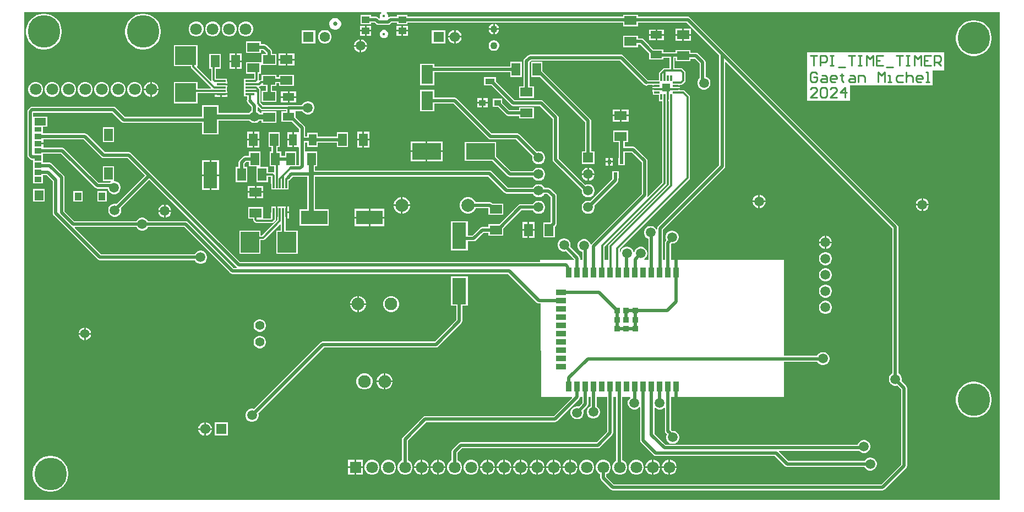
<source format=gtl>
G04*
G04 #@! TF.GenerationSoftware,Altium Limited,Altium Designer,23.5.1 (21)*
G04*
G04 Layer_Physical_Order=1*
G04 Layer_Color=255*
%FSLAX44Y44*%
%MOMM*%
G71*
G04*
G04 #@! TF.SameCoordinates,FC4C4C8E-A767-40D1-8FD6-770ACC15EC19*
G04*
G04*
G04 #@! TF.FilePolarity,Positive*
G04*
G01*
G75*
%ADD13C,0.2540*%
%ADD14R,2.8500X3.2000*%
%ADD15R,1.9000X1.3500*%
%ADD16R,1.4000X0.3000*%
%ADD17R,0.3000X1.4000*%
%ADD18R,1.3500X1.9000*%
%ADD19R,0.9000X1.5000*%
%ADD20R,1.5000X0.9000*%
%ADD21R,2.1500X4.1000*%
%ADD22R,1.8000X1.1500*%
%ADD23R,0.8500X0.3000*%
%ADD24R,0.3000X0.8500*%
%ADD25R,1.2500X1.2500*%
%ADD26R,1.8000X2.9000*%
%ADD27R,1.1500X1.8000*%
%ADD28R,0.6000X0.7000*%
%ADD29R,1.2000X1.0000*%
%ADD30R,4.1000X2.1500*%
%ADD31R,1.1000X0.9000*%
%ADD32R,1.4000X0.9000*%
%ADD33R,4.4000X2.5000*%
%ADD34R,1.3500X1.5500*%
%ADD35R,1.0000X1.2000*%
%ADD36R,1.3500X1.9000*%
%ADD37R,1.8000X1.1700*%
%ADD38R,1.1000X0.7500*%
%ADD39R,1.1000X0.8500*%
%ADD40R,3.2000X2.8500*%
%ADD83C,0.5000*%
%ADD84C,0.3000*%
%ADD85C,0.7500*%
%ADD86R,0.9000X0.9000*%
%ADD87C,2.0000*%
%ADD88C,5.0000*%
%ADD89C,1.9500*%
%ADD90R,1.8000X1.8000*%
%ADD91C,1.8000*%
%ADD92C,0.3750*%
%ADD93C,1.1000*%
%ADD94R,1.5750X1.5750*%
%ADD95C,1.5750*%
%ADD96C,1.5000*%
%ADD97R,1.5000X1.5000*%
%ADD98C,1.4000*%
%ADD99C,0.6500*%
G36*
X1780000Y520000D02*
X280000D01*
Y1270000D01*
X828586D01*
X829085Y1268730D01*
X827668Y1267313D01*
X826710Y1265001D01*
Y1262499D01*
X827062Y1261650D01*
X826265Y1260300D01*
X825569Y1260220D01*
X824045Y1261744D01*
X822557Y1262739D01*
X820801Y1263088D01*
X813000D01*
Y1265500D01*
X797000D01*
Y1251500D01*
X813000D01*
Y1253912D01*
X818900D01*
X821096Y1251716D01*
X822585Y1250721D01*
X824341Y1250372D01*
X839150D01*
X840906Y1250721D01*
X842395Y1251716D01*
X844591Y1253912D01*
X853000D01*
Y1251500D01*
X869000D01*
Y1253912D01*
X1200500D01*
Y1248250D01*
X1223500D01*
Y1253912D01*
X1298600D01*
X1348412Y1204100D01*
Y1034901D01*
X1254356Y940844D01*
X1253361Y939356D01*
X1253012Y937600D01*
Y936279D01*
X1251742Y935939D01*
X1251034Y937165D01*
X1249165Y939034D01*
X1246875Y940356D01*
X1244322Y941040D01*
X1241678D01*
X1239125Y940356D01*
X1236835Y939034D01*
X1234966Y937165D01*
X1233644Y934875D01*
X1232960Y932322D01*
Y929678D01*
X1233644Y927125D01*
X1234966Y924835D01*
X1236835Y922966D01*
X1239125Y921644D01*
X1239912Y921433D01*
Y889000D01*
X1233299D01*
X1232959Y890270D01*
X1234165Y890966D01*
X1236034Y892835D01*
X1237356Y895125D01*
X1238040Y897678D01*
Y900322D01*
X1237356Y902875D01*
X1236034Y905165D01*
X1234165Y907034D01*
X1231875Y908356D01*
X1229322Y909040D01*
X1226678D01*
X1224125Y908356D01*
X1221835Y907034D01*
X1219966Y905165D01*
X1218644Y902875D01*
X1218081Y900774D01*
X1216811Y900863D01*
X1216127Y903416D01*
X1214805Y905706D01*
X1212936Y907575D01*
X1210646Y908897D01*
X1208093Y909581D01*
X1205449D01*
X1202896Y908897D01*
X1200606Y907575D01*
X1198737Y905706D01*
X1197415Y903416D01*
X1196839Y901264D01*
X1195569Y901431D01*
Y905522D01*
X1302523Y1012477D01*
X1303297Y1013634D01*
X1303569Y1015000D01*
Y1140000D01*
X1303297Y1141366D01*
X1302523Y1142523D01*
X1296023Y1149023D01*
X1294866Y1149797D01*
X1293500Y1150069D01*
X1288290D01*
Y1150230D01*
X1281500D01*
Y1152770D01*
X1288290D01*
Y1155230D01*
X1281500D01*
Y1157770D01*
X1288290D01*
Y1157932D01*
X1289500D01*
X1290866Y1158203D01*
X1292023Y1158977D01*
X1295523Y1162477D01*
X1296297Y1163634D01*
X1296569Y1165000D01*
Y1177000D01*
X1296297Y1178366D01*
X1295523Y1179523D01*
X1292523Y1182523D01*
X1291366Y1183297D01*
X1290000Y1183568D01*
X1279569D01*
Y1199412D01*
X1281500D01*
Y1194250D01*
X1304500D01*
Y1198412D01*
X1311099D01*
X1318498Y1191013D01*
Y1168697D01*
X1316966Y1167165D01*
X1315644Y1164875D01*
X1314960Y1162322D01*
Y1159678D01*
X1315644Y1157125D01*
X1316966Y1154835D01*
X1318835Y1152966D01*
X1321125Y1151644D01*
X1323678Y1150960D01*
X1326322D01*
X1328875Y1151644D01*
X1331165Y1152966D01*
X1333034Y1154835D01*
X1334356Y1157125D01*
X1335040Y1159678D01*
Y1162322D01*
X1334356Y1164875D01*
X1333034Y1167165D01*
X1331165Y1169034D01*
X1328875Y1170356D01*
X1327675Y1170677D01*
Y1192913D01*
X1327325Y1194669D01*
X1326331Y1196158D01*
X1316244Y1206244D01*
X1314756Y1207239D01*
X1313000Y1207588D01*
X1304500D01*
Y1211750D01*
X1281500D01*
Y1208588D01*
X1263000D01*
Y1212750D01*
X1247488D01*
X1240998Y1219241D01*
X1240494Y1219994D01*
X1232244Y1228244D01*
X1230756Y1229239D01*
X1229000Y1229588D01*
X1223500D01*
Y1233750D01*
X1200500D01*
Y1216250D01*
X1223500D01*
Y1220412D01*
X1227099D01*
X1233502Y1214009D01*
X1234006Y1213256D01*
X1241000Y1206261D01*
Y1197250D01*
X1263000D01*
Y1199412D01*
X1272431D01*
Y1183568D01*
X1264500D01*
X1263134Y1183297D01*
X1261977Y1182523D01*
X1256977Y1177523D01*
X1256203Y1176366D01*
X1255932Y1175000D01*
Y1168000D01*
X1256000Y1167655D01*
Y1165000D01*
X1252845D01*
X1252500Y1165069D01*
X1239420D01*
X1201331Y1203158D01*
X1199843Y1204152D01*
X1198087Y1204501D01*
X1057434D01*
X1055678Y1204152D01*
X1054190Y1203158D01*
X1048756Y1197724D01*
X1047761Y1196235D01*
X1047412Y1194479D01*
Y1155750D01*
X1040500D01*
Y1138250D01*
X1063500D01*
Y1155750D01*
X1056588D01*
Y1192579D01*
X1058313Y1194304D01*
X1059250Y1193445D01*
X1059250Y1192253D01*
Y1170500D01*
X1073011D01*
X1142512Y1100999D01*
Y1056140D01*
X1137060D01*
Y1036060D01*
X1157140D01*
Y1056140D01*
X1151688D01*
Y1102900D01*
X1151339Y1104656D01*
X1150345Y1106144D01*
X1076750Y1179739D01*
Y1193500D01*
X1060519D01*
X1059305Y1193500D01*
X1058447Y1194437D01*
X1059334Y1195325D01*
X1196187D01*
X1233256Y1158256D01*
X1234744Y1157261D01*
X1236500Y1156912D01*
X1238256Y1157261D01*
X1239259Y1157932D01*
X1245710D01*
Y1157770D01*
X1252500D01*
Y1155230D01*
X1245710D01*
Y1152770D01*
X1252500D01*
Y1150230D01*
X1245710D01*
Y1147460D01*
X1246250D01*
Y1143000D01*
X1256000D01*
Y1133250D01*
X1260931D01*
Y1007978D01*
X1238898Y985945D01*
X1237912Y986755D01*
X1238239Y987244D01*
X1238588Y989000D01*
Y1041000D01*
X1238239Y1042756D01*
X1237244Y1044244D01*
X1219494Y1061994D01*
X1218006Y1062989D01*
X1216250Y1063338D01*
X1203088D01*
Y1070250D01*
X1208500D01*
Y1087750D01*
X1185500D01*
Y1070250D01*
X1193912D01*
Y1058750D01*
Y1045500D01*
X1193500D01*
Y1034500D01*
X1203500D01*
Y1045500D01*
X1203088D01*
Y1054162D01*
X1214350D01*
X1229412Y1039100D01*
Y990900D01*
X1152356Y913844D01*
X1151889Y913145D01*
X1150513Y913372D01*
X1150110Y914875D01*
X1148788Y917165D01*
X1146919Y919034D01*
X1144630Y920356D01*
X1142076Y921040D01*
X1139433D01*
X1136879Y920356D01*
X1134590Y919034D01*
X1132720Y917165D01*
X1131399Y914875D01*
X1130714Y912322D01*
Y909678D01*
X1131399Y907125D01*
X1132720Y904835D01*
X1134590Y902966D01*
X1136879Y901644D01*
X1138312Y901260D01*
Y889000D01*
X1134788D01*
Y891800D01*
X1134439Y893556D01*
X1133444Y895044D01*
X1119569Y908920D01*
X1120040Y910678D01*
Y913322D01*
X1119356Y915875D01*
X1118034Y918165D01*
X1116165Y920034D01*
X1113875Y921356D01*
X1111322Y922040D01*
X1108678D01*
X1106125Y921356D01*
X1103835Y920034D01*
X1101966Y918165D01*
X1100644Y915875D01*
X1099960Y913322D01*
Y910678D01*
X1100644Y908125D01*
X1101966Y905835D01*
X1103835Y903966D01*
X1106125Y902644D01*
X1108678Y901960D01*
X1111322D01*
X1113080Y902431D01*
X1125241Y890270D01*
X1124717Y889000D01*
X1073461D01*
X1073473Y886488D01*
X1072577Y885588D01*
X611900D01*
X475541Y1021948D01*
X444244Y1053244D01*
X442756Y1054239D01*
X441000Y1054588D01*
X403900D01*
X376244Y1082244D01*
X374756Y1083239D01*
X373000Y1083588D01*
X308500D01*
Y1093750D01*
X315500D01*
Y1109450D01*
X293588D01*
Y1115100D01*
X293829Y1115341D01*
X415184D01*
X429520Y1101005D01*
X431008Y1100011D01*
X432764Y1099662D01*
X553420D01*
Y1081750D01*
X578920D01*
Y1103137D01*
X625886D01*
X627566Y1101457D01*
X629856Y1100135D01*
X632409Y1099451D01*
X635053D01*
X637606Y1100135D01*
X639896Y1101457D01*
X641576Y1103137D01*
X644740D01*
Y1099790D01*
X667740D01*
Y1117290D01*
X644740D01*
Y1114863D01*
X642223D01*
X641765Y1115656D01*
X639896Y1117525D01*
X638319Y1118435D01*
Y1123755D01*
X639492Y1124241D01*
X643257Y1120477D01*
X644415Y1119703D01*
X645780Y1119432D01*
X682671D01*
Y1117290D01*
X675240D01*
Y1101790D01*
X690751D01*
X702412Y1090129D01*
Y1085898D01*
X701290Y1085540D01*
X701142Y1085540D01*
X694270D01*
Y1074000D01*
Y1062460D01*
X701142D01*
X701290Y1062460D01*
X702412Y1062102D01*
Y1034829D01*
X702171Y1034588D01*
X698210D01*
Y1055740D01*
X680710D01*
Y1048928D01*
X674915D01*
Y1055840D01*
X669458D01*
Y1062500D01*
X672750D01*
Y1085500D01*
X655250D01*
Y1062500D01*
X660282D01*
Y1055840D01*
X657415D01*
Y1032840D01*
X664432D01*
Y1023941D01*
X663161Y1023262D01*
X662796Y1023507D01*
X661430Y1023778D01*
X654570D01*
Y1031710D01*
X643253D01*
X642915Y1032840D01*
X642915Y1032980D01*
Y1055840D01*
X625415D01*
Y1048928D01*
X619340D01*
X618467Y1048754D01*
X617585Y1048579D01*
X617584Y1048579D01*
X617584Y1048579D01*
X616904Y1048124D01*
X616096Y1047584D01*
X610576Y1042064D01*
X610576Y1042064D01*
X610575Y1042064D01*
X610119Y1041381D01*
X609581Y1040576D01*
X609581Y1040576D01*
X609581Y1040576D01*
X609417Y1039751D01*
X609232Y1038820D01*
X609232Y1038820D01*
X609232Y1038820D01*
Y1031710D01*
X605070D01*
Y1008710D01*
X622570D01*
Y1031710D01*
X618408D01*
Y1036919D01*
X621241Y1039752D01*
X625415D01*
Y1032840D01*
X636732D01*
X637070Y1031710D01*
X637070Y1031570D01*
Y1008710D01*
X654570D01*
Y1016641D01*
X659431D01*
Y1006000D01*
X659500Y1005656D01*
Y997000D01*
X686500D01*
Y1005655D01*
X686568Y1006000D01*
Y1011235D01*
X686795Y1011280D01*
X688283Y1012275D01*
X692660Y1016652D01*
X715137D01*
Y966920D01*
X703250D01*
Y941420D01*
X748250D01*
Y966920D01*
X726863D01*
Y1017143D01*
X993368D01*
X1018455Y992056D01*
X1019944Y991061D01*
X1021700Y990712D01*
X1061956D01*
X1062866Y989136D01*
X1064735Y987266D01*
X1067025Y985944D01*
X1069578Y985260D01*
X1072222D01*
X1074775Y985944D01*
X1077065Y987266D01*
X1078934Y989136D01*
X1079729Y990512D01*
X1084000D01*
X1089412Y985099D01*
Y946651D01*
X1089261Y946500D01*
X1078250D01*
Y923500D01*
X1095750D01*
Y940011D01*
X1097244Y941506D01*
X1098239Y942994D01*
X1098588Y944750D01*
Y987000D01*
X1098239Y988756D01*
X1097244Y990244D01*
X1089145Y998344D01*
X1087656Y999339D01*
X1085900Y999688D01*
X1079960D01*
X1078934Y1001465D01*
X1077065Y1003334D01*
X1074775Y1004656D01*
X1072222Y1005340D01*
X1069578D01*
X1067025Y1004656D01*
X1064735Y1003334D01*
X1062866Y1001465D01*
X1061956Y999888D01*
X1023600D01*
X998513Y1024976D01*
X997025Y1025970D01*
X995269Y1026319D01*
X726863D01*
Y1032740D01*
X730210D01*
Y1055740D01*
X712710D01*
Y1055740D01*
X711588Y1056099D01*
Y1069652D01*
X715250D01*
Y1063000D01*
X730750D01*
Y1069412D01*
X760250D01*
Y1062500D01*
X777750D01*
Y1085500D01*
X760250D01*
Y1078588D01*
X730750D01*
Y1085000D01*
X715250D01*
Y1078828D01*
X711588D01*
Y1092030D01*
X711239Y1093786D01*
X710245Y1095274D01*
X697240Y1108279D01*
Y1117290D01*
X698249Y1117921D01*
X707339D01*
X707966Y1116835D01*
X709835Y1114966D01*
X712125Y1113644D01*
X714678Y1112960D01*
X717322D01*
X719875Y1113644D01*
X722165Y1114966D01*
X724034Y1116835D01*
X725356Y1119125D01*
X726040Y1121678D01*
Y1124322D01*
X725356Y1126875D01*
X724034Y1129165D01*
X722165Y1131034D01*
X719875Y1132356D01*
X717322Y1133040D01*
X714678D01*
X712125Y1132356D01*
X709835Y1131034D01*
X707966Y1129165D01*
X706772Y1127097D01*
X686240D01*
X684484Y1126748D01*
X684216Y1126569D01*
X647258D01*
X643300Y1130527D01*
Y1146269D01*
Y1150269D01*
X643028Y1151635D01*
X642254Y1152793D01*
X640765Y1154282D01*
X641343Y1155500D01*
X642366Y1155703D01*
X643524Y1156477D01*
X643841Y1156794D01*
X644840Y1156380D01*
Y1156380D01*
X651752D01*
Y1149290D01*
X644740D01*
Y1131790D01*
X667740D01*
Y1149290D01*
X660928D01*
Y1156380D01*
X667840D01*
Y1160542D01*
X671510D01*
Y1156380D01*
X694510D01*
Y1173880D01*
X671510D01*
Y1169718D01*
X667840D01*
Y1173880D01*
X644840D01*
Y1165666D01*
X644097D01*
X642732Y1165394D01*
X641647Y1164669D01*
X641391Y1164739D01*
X640482Y1165325D01*
X640568Y1165758D01*
Y1175430D01*
X643710D01*
Y1188042D01*
X644840Y1188380D01*
X644980Y1188380D01*
X667840D01*
Y1205880D01*
X660928D01*
Y1209050D01*
X660928Y1209050D01*
X660928Y1209050D01*
X660779Y1209798D01*
X660579Y1210806D01*
X660579Y1210806D01*
X660579Y1210806D01*
X660162Y1211430D01*
X659584Y1212294D01*
X659584Y1212295D01*
X652454Y1219424D01*
X652454Y1219424D01*
X652454Y1219424D01*
X650966Y1220419D01*
X650965Y1220419D01*
X650965Y1220419D01*
X650163Y1220579D01*
X649210Y1220768D01*
X643710D01*
Y1224930D01*
X620710D01*
Y1207430D01*
X643710D01*
Y1211592D01*
X647309D01*
X651752Y1207150D01*
X651751Y1205880D01*
X644840D01*
Y1193268D01*
X643710Y1192930D01*
X643570Y1192930D01*
X620710D01*
Y1175430D01*
X633431D01*
Y1167569D01*
X626500D01*
X626155Y1167500D01*
X617500D01*
Y1160500D01*
Y1150500D01*
Y1140500D01*
X622931D01*
Y1136260D01*
X622261Y1135256D01*
X621912Y1133501D01*
X622261Y1131745D01*
X623256Y1130256D01*
X629143Y1124369D01*
Y1118435D01*
X627566Y1117525D01*
X625697Y1115656D01*
X625239Y1114863D01*
X578920D01*
Y1126750D01*
X553420D01*
Y1108838D01*
X434665D01*
X420329Y1123174D01*
X418841Y1124168D01*
X417085Y1124517D01*
X291929D01*
X291929Y1124517D01*
X291928Y1124517D01*
X291027Y1124338D01*
X290173Y1124168D01*
X290173Y1124168D01*
X290173Y1124168D01*
X289392Y1123646D01*
X288685Y1123174D01*
X288684Y1123173D01*
X288684Y1123173D01*
X285756Y1120244D01*
X285237Y1119468D01*
X284761Y1118756D01*
X284761Y1118756D01*
X284761Y1118755D01*
X284586Y1117873D01*
X284412Y1117000D01*
Y1049929D01*
X284761Y1048173D01*
X285756Y1046684D01*
X288685Y1043756D01*
X290173Y1042761D01*
X291929Y1042412D01*
X293500D01*
Y1028750D01*
Y1017750D01*
Y1006750D01*
X308500D01*
Y1019412D01*
X314100D01*
X323412Y1010099D01*
Y961101D01*
X323761Y959345D01*
X324756Y957856D01*
X392856Y889756D01*
X394345Y888761D01*
X396101Y888412D01*
X542056D01*
X542966Y886835D01*
X544835Y884966D01*
X547125Y883644D01*
X549678Y882960D01*
X552322D01*
X554875Y883644D01*
X557165Y884966D01*
X559034Y886835D01*
X560356Y889125D01*
X561040Y891678D01*
Y894322D01*
X560356Y896875D01*
X559034Y899165D01*
X557165Y901034D01*
X554875Y902356D01*
X552322Y903040D01*
X549678D01*
X547125Y902356D01*
X544835Y901034D01*
X542966Y899165D01*
X542056Y897588D01*
X398001D01*
X357351Y938239D01*
X357837Y939412D01*
X452056D01*
X452966Y937835D01*
X454835Y935966D01*
X457125Y934644D01*
X459678Y933960D01*
X462322D01*
X464875Y934644D01*
X467165Y935966D01*
X469034Y937835D01*
X469944Y939412D01*
X526099D01*
X596756Y868756D01*
X598244Y867761D01*
X600000Y867412D01*
X1024100D01*
X1068306Y823205D01*
X1069794Y822211D01*
X1071550Y821862D01*
X1073790D01*
X1074495Y678000D01*
X1121852D01*
X1122338Y676827D01*
X1094100Y648588D01*
X896000D01*
X894244Y648239D01*
X892756Y647244D01*
X862156Y616644D01*
X861161Y615156D01*
X860812Y613400D01*
Y580676D01*
X858314Y579234D01*
X856166Y577086D01*
X854646Y574454D01*
X853860Y571519D01*
Y568481D01*
X854646Y565546D01*
X856166Y562914D01*
X858314Y560766D01*
X860946Y559246D01*
X863881Y558460D01*
X866919D01*
X869854Y559246D01*
X872486Y560766D01*
X874634Y562914D01*
X876153Y565546D01*
X876940Y568481D01*
Y571519D01*
X876153Y574454D01*
X874634Y577086D01*
X872486Y579234D01*
X869988Y580676D01*
Y611499D01*
X897900Y639412D01*
X1096000D01*
X1097756Y639761D01*
X1099244Y640756D01*
X1133444Y674956D01*
X1134439Y676444D01*
X1134748Y678000D01*
X1138312D01*
Y668801D01*
X1133080Y663569D01*
X1131322Y664040D01*
X1128678D01*
X1126125Y663356D01*
X1123835Y662034D01*
X1121966Y660165D01*
X1120644Y657875D01*
X1119960Y655322D01*
Y652678D01*
X1120644Y650125D01*
X1121966Y647835D01*
X1123835Y645966D01*
X1126125Y644644D01*
X1128678Y643960D01*
X1131322D01*
X1133875Y644644D01*
X1136165Y645966D01*
X1138034Y647835D01*
X1139356Y650125D01*
X1140040Y652678D01*
Y655322D01*
X1139569Y657080D01*
X1146144Y663656D01*
X1147139Y665144D01*
X1147488Y666900D01*
Y678000D01*
X1150712D01*
Y664117D01*
X1148835Y663034D01*
X1146966Y661165D01*
X1145644Y658875D01*
X1144960Y656322D01*
Y653678D01*
X1145644Y651125D01*
X1146966Y648835D01*
X1148835Y646966D01*
X1151125Y645644D01*
X1153678Y644960D01*
X1156322D01*
X1158875Y645644D01*
X1161165Y646966D01*
X1163034Y648835D01*
X1164356Y651125D01*
X1165040Y653678D01*
Y656322D01*
X1164356Y658875D01*
X1163034Y661165D01*
X1161165Y663034D01*
X1159888Y663771D01*
Y678000D01*
X1176412D01*
Y624901D01*
X1160099Y608588D01*
X951000D01*
X949244Y608239D01*
X947756Y607244D01*
X938356Y597844D01*
X937361Y596356D01*
X937012Y594600D01*
Y580676D01*
X934514Y579234D01*
X932366Y577086D01*
X930846Y574454D01*
X930060Y571519D01*
Y568481D01*
X930846Y565546D01*
X932366Y562914D01*
X934514Y560766D01*
X937146Y559246D01*
X940081Y558460D01*
X943119D01*
X946054Y559246D01*
X948686Y560766D01*
X950834Y562914D01*
X952354Y565546D01*
X953140Y568481D01*
Y571519D01*
X952354Y574454D01*
X950834Y577086D01*
X948686Y579234D01*
X946188Y580676D01*
Y592700D01*
X952900Y599412D01*
X1162000D01*
X1163756Y599761D01*
X1165244Y600756D01*
X1184244Y619756D01*
X1185239Y621244D01*
X1185588Y623000D01*
Y678000D01*
X1190062D01*
Y580128D01*
X1188514Y579234D01*
X1186366Y577086D01*
X1184846Y574454D01*
X1184060Y571519D01*
Y568481D01*
X1184846Y565546D01*
X1186366Y562914D01*
X1188514Y560766D01*
X1191146Y559246D01*
X1194081Y558460D01*
X1197119D01*
X1200054Y559246D01*
X1202686Y560766D01*
X1204834Y562914D01*
X1206354Y565546D01*
X1207140Y568481D01*
Y571519D01*
X1206354Y574454D01*
X1204834Y577086D01*
X1202686Y579234D01*
X1200054Y580754D01*
X1199238Y580972D01*
Y678000D01*
X1211101D01*
X1211531Y676730D01*
X1209966Y675165D01*
X1208644Y672875D01*
X1207960Y670322D01*
Y667678D01*
X1208644Y665125D01*
X1209966Y662835D01*
X1211835Y660966D01*
X1214125Y659644D01*
X1216678Y658960D01*
X1219322D01*
X1221875Y659644D01*
X1224165Y660966D01*
X1225942Y662743D01*
X1226648Y662671D01*
X1227212Y662520D01*
Y611200D01*
X1227561Y609444D01*
X1228556Y607956D01*
X1247756Y588756D01*
X1249244Y587761D01*
X1251000Y587412D01*
X1434099D01*
X1449756Y571756D01*
X1451244Y570761D01*
X1453000Y570412D01*
X1572056Y570412D01*
X1572966Y568835D01*
X1574835Y566966D01*
X1577125Y565644D01*
X1579678Y564960D01*
X1582322D01*
X1584875Y565644D01*
X1587165Y566966D01*
X1589034Y568835D01*
X1590356Y571125D01*
X1591040Y573678D01*
Y576322D01*
X1590356Y578875D01*
X1589034Y581165D01*
X1587165Y583034D01*
X1584875Y584356D01*
X1582322Y585040D01*
X1579678D01*
X1577125Y584356D01*
X1574835Y583034D01*
X1572966Y581165D01*
X1572056Y579588D01*
X1454900Y579588D01*
X1440347Y594142D01*
X1440873Y595412D01*
X1563071D01*
X1563337Y595465D01*
X1564835Y593966D01*
X1567125Y592644D01*
X1569678Y591960D01*
X1572322D01*
X1574875Y592644D01*
X1577165Y593966D01*
X1579034Y595835D01*
X1580356Y598125D01*
X1581040Y600678D01*
Y603322D01*
X1580356Y605875D01*
X1579034Y608165D01*
X1577165Y610034D01*
X1574875Y611356D01*
X1572322Y612040D01*
X1569678D01*
X1567125Y611356D01*
X1564835Y610034D01*
X1562966Y608165D01*
X1561644Y605875D01*
X1561299Y604588D01*
X1265900D01*
X1249048Y621441D01*
Y661094D01*
X1250221Y661580D01*
X1250835Y660966D01*
X1253125Y659644D01*
X1255678Y658960D01*
X1258322D01*
X1260875Y659644D01*
X1263165Y660966D01*
X1264042Y661843D01*
X1265312Y661317D01*
Y625806D01*
X1265661Y624050D01*
X1266656Y622562D01*
X1268266Y620952D01*
X1267644Y619875D01*
X1266960Y617322D01*
Y614678D01*
X1267644Y612125D01*
X1268966Y609835D01*
X1270835Y607966D01*
X1273125Y606644D01*
X1275678Y605960D01*
X1278322D01*
X1280875Y606644D01*
X1283165Y607966D01*
X1285034Y609835D01*
X1286356Y612125D01*
X1287040Y614678D01*
Y617322D01*
X1286356Y619875D01*
X1285034Y622165D01*
X1283165Y624034D01*
X1280875Y625356D01*
X1278322Y626040D01*
X1276155D01*
X1274488Y627706D01*
Y678000D01*
X1448000D01*
Y732412D01*
X1499214D01*
X1500066Y730935D01*
X1501935Y729066D01*
X1504225Y727744D01*
X1506778Y727060D01*
X1509422D01*
X1511975Y727744D01*
X1514265Y729066D01*
X1516134Y730935D01*
X1517456Y733225D01*
X1518140Y735778D01*
Y738422D01*
X1517456Y740975D01*
X1516134Y743265D01*
X1514265Y745134D01*
X1511975Y746456D01*
X1509422Y747140D01*
X1506778D01*
X1504225Y746456D01*
X1501935Y745134D01*
X1500066Y743265D01*
X1499098Y741588D01*
X1448000D01*
Y889000D01*
X1274488D01*
Y913294D01*
X1275255Y914060D01*
X1277422D01*
X1279975Y914744D01*
X1282265Y916066D01*
X1284134Y917935D01*
X1285456Y920225D01*
X1286140Y922778D01*
Y925422D01*
X1285456Y927975D01*
X1284134Y930265D01*
X1282265Y932134D01*
X1279975Y933456D01*
X1277422Y934140D01*
X1274778D01*
X1272225Y933456D01*
X1269935Y932134D01*
X1268066Y930265D01*
X1266744Y927975D01*
X1266060Y925422D01*
Y922778D01*
X1266744Y920225D01*
X1267366Y919148D01*
X1266656Y918438D01*
X1265661Y916950D01*
X1265312Y915194D01*
Y889000D01*
X1262188D01*
Y935699D01*
X1356244Y1029756D01*
X1357239Y1031244D01*
X1357588Y1033000D01*
Y1193264D01*
X1358761Y1193750D01*
X1614903Y937608D01*
Y714436D01*
X1613327Y713525D01*
X1611457Y711656D01*
X1610135Y709367D01*
X1609451Y706813D01*
Y704169D01*
X1610135Y701616D01*
X1611457Y699326D01*
X1613327Y697457D01*
X1615616Y696135D01*
X1618169Y695451D01*
X1620813D01*
X1622571Y695922D01*
X1628412Y690082D01*
Y573900D01*
X1598100Y543588D01*
X1186900D01*
X1174788Y555700D01*
Y559324D01*
X1177286Y560766D01*
X1179434Y562914D01*
X1180954Y565546D01*
X1181740Y568481D01*
Y571519D01*
X1180954Y574454D01*
X1179434Y577086D01*
X1177286Y579234D01*
X1174654Y580754D01*
X1171719Y581540D01*
X1168681D01*
X1165746Y580754D01*
X1163114Y579234D01*
X1160966Y577086D01*
X1159446Y574454D01*
X1158660Y571519D01*
Y568481D01*
X1159446Y565546D01*
X1160966Y562914D01*
X1163114Y560766D01*
X1165612Y559324D01*
Y553800D01*
X1165961Y552044D01*
X1166956Y550556D01*
X1181756Y535756D01*
X1183244Y534761D01*
X1185000Y534412D01*
X1600000D01*
X1601756Y534761D01*
X1603244Y535756D01*
X1636244Y568756D01*
X1637239Y570244D01*
X1637588Y572000D01*
Y691982D01*
X1637239Y693738D01*
X1636244Y695227D01*
X1629060Y702411D01*
X1629531Y704169D01*
Y706813D01*
X1628847Y709367D01*
X1627525Y711656D01*
X1625656Y713525D01*
X1624079Y714436D01*
Y939509D01*
X1623730Y941265D01*
X1622735Y942753D01*
X1356244Y1209244D01*
X1303744Y1261744D01*
X1302256Y1262739D01*
X1300500Y1263088D01*
X1223500D01*
Y1265750D01*
X1200500D01*
Y1263088D01*
X869000D01*
Y1265500D01*
X853000D01*
Y1263088D01*
X842690D01*
X840934Y1262739D01*
X840554Y1262485D01*
X839290Y1263168D01*
Y1265001D01*
X838333Y1267313D01*
X836916Y1268730D01*
X837414Y1270000D01*
X1780000D01*
Y520000D01*
D02*
G37*
G36*
X398756Y1046756D02*
X400244Y1045761D01*
X402000Y1045412D01*
X439100D01*
X465808Y1018703D01*
X422080Y974976D01*
X420322Y975447D01*
X417678D01*
X415125Y974762D01*
X412835Y973441D01*
X410966Y971572D01*
X409644Y969282D01*
X408960Y966729D01*
Y964085D01*
X409644Y961532D01*
X410966Y959242D01*
X412835Y957373D01*
X415125Y956051D01*
X417678Y955367D01*
X420322D01*
X422875Y956051D01*
X425165Y957373D01*
X427034Y959242D01*
X428356Y961532D01*
X429040Y964085D01*
Y966729D01*
X428569Y968487D01*
X472297Y1012215D01*
X606653Y877858D01*
X606604Y877427D01*
X606217Y876588D01*
X601900D01*
X531244Y947244D01*
X529756Y948239D01*
X528000Y948588D01*
X469944D01*
X469034Y950165D01*
X467165Y952034D01*
X464875Y953356D01*
X462322Y954040D01*
X459678D01*
X457125Y953356D01*
X454835Y952034D01*
X452966Y950165D01*
X452056Y948588D01*
X356900D01*
X341588Y963901D01*
Y1016000D01*
X341239Y1017756D01*
X340244Y1019244D01*
X322244Y1037244D01*
X320756Y1038239D01*
X319000Y1038588D01*
X308500D01*
Y1052412D01*
X336600D01*
X389256Y999756D01*
X390744Y998761D01*
X392500Y998412D01*
X408031D01*
X408644Y996125D01*
X409966Y993835D01*
X411835Y991966D01*
X414125Y990644D01*
X416678Y989960D01*
X419322D01*
X421875Y990644D01*
X424165Y991966D01*
X426034Y993835D01*
X427356Y996125D01*
X428040Y998678D01*
Y1001322D01*
X427356Y1003875D01*
X426034Y1006165D01*
X424165Y1008034D01*
X421875Y1009356D01*
X419322Y1010040D01*
X419224D01*
X418000Y1010150D01*
X418000Y1011310D01*
Y1033150D01*
X400500D01*
Y1010150D01*
X412960D01*
X413301Y1008880D01*
X411835Y1008034D01*
X411389Y1007588D01*
X394401D01*
X341744Y1060245D01*
X340256Y1061239D01*
X338500Y1061588D01*
X309040D01*
Y1066730D01*
X301000D01*
Y1069270D01*
X309040D01*
Y1074412D01*
X371099D01*
X398756Y1046756D01*
D02*
G37*
G36*
X1270770Y1132710D02*
X1270931D01*
Y1004978D01*
X1178877Y912923D01*
X1178103Y911766D01*
X1177831Y910400D01*
Y889000D01*
X1172269D01*
Y909222D01*
X1267023Y1003977D01*
X1267797Y1005134D01*
X1268068Y1006500D01*
Y1132710D01*
X1268230D01*
Y1139500D01*
X1270770D01*
Y1132710D01*
D02*
G37*
%LPC*%
G36*
X1003270Y1251983D02*
Y1245270D01*
X1009983D01*
X1009492Y1247103D01*
X1008434Y1248937D01*
X1006937Y1250434D01*
X1005103Y1251492D01*
X1003270Y1251983D01*
D02*
G37*
G36*
X1000730D02*
X998897Y1251492D01*
X997063Y1250434D01*
X995566Y1248937D01*
X994508Y1247103D01*
X994017Y1245270D01*
X1000730D01*
Y1251983D01*
D02*
G37*
G36*
X759190Y1261040D02*
X756810D01*
X754511Y1260424D01*
X752449Y1259234D01*
X750766Y1257551D01*
X749576Y1255489D01*
X748960Y1253190D01*
Y1250810D01*
X749576Y1248511D01*
X750766Y1246449D01*
X752449Y1244766D01*
X754511Y1243576D01*
X756810Y1242960D01*
X759190D01*
X761489Y1243576D01*
X763551Y1244766D01*
X765234Y1246449D01*
X766424Y1248511D01*
X767040Y1250810D01*
Y1253190D01*
X766424Y1255489D01*
X765234Y1257551D01*
X763551Y1259234D01*
X761489Y1260424D01*
X759190Y1261040D01*
D02*
G37*
G36*
X869540Y1249040D02*
X862270D01*
Y1242770D01*
X869540D01*
Y1249040D01*
D02*
G37*
G36*
X813540D02*
X806270D01*
Y1242770D01*
X813540D01*
Y1249040D01*
D02*
G37*
G36*
X859730D02*
X852460D01*
Y1242770D01*
X859730D01*
Y1249040D01*
D02*
G37*
G36*
X803730D02*
X796460D01*
Y1242770D01*
X803730D01*
Y1249040D01*
D02*
G37*
G36*
X1263540Y1243290D02*
X1253270D01*
Y1236270D01*
X1263540D01*
Y1243290D01*
D02*
G37*
G36*
X1250730D02*
X1240460D01*
Y1236270D01*
X1250730D01*
Y1243290D01*
D02*
G37*
G36*
X1305040Y1244290D02*
X1294270D01*
Y1236270D01*
X1305040D01*
Y1244290D01*
D02*
G37*
G36*
X1291730D02*
X1280960D01*
Y1236270D01*
X1291730D01*
Y1244290D01*
D02*
G37*
G36*
X1009983Y1242730D02*
X1003270D01*
Y1236017D01*
X1005103Y1236508D01*
X1006937Y1237567D01*
X1008434Y1239063D01*
X1009492Y1240897D01*
X1009983Y1242730D01*
D02*
G37*
G36*
X1000730D02*
X994017D01*
X994508Y1240897D01*
X995566Y1239063D01*
X997063Y1237567D01*
X998897Y1236508D01*
X1000730Y1236017D01*
Y1242730D01*
D02*
G37*
G36*
X869540Y1240230D02*
X862270D01*
Y1233960D01*
X869540D01*
Y1240230D01*
D02*
G37*
G36*
X859730D02*
X852460D01*
Y1233960D01*
X859730D01*
Y1240230D01*
D02*
G37*
G36*
X813540D02*
X806270D01*
Y1233960D01*
X813540D01*
Y1240230D01*
D02*
G37*
G36*
X803730D02*
X796460D01*
Y1233960D01*
X803730D01*
Y1240230D01*
D02*
G37*
G36*
X943371Y1242415D02*
X943270D01*
Y1233270D01*
X952415D01*
Y1233371D01*
X951705Y1236020D01*
X950334Y1238395D01*
X948395Y1240334D01*
X946020Y1241705D01*
X943371Y1242415D01*
D02*
G37*
G36*
X940730D02*
X940629D01*
X937980Y1241705D01*
X935605Y1240334D01*
X933666Y1238395D01*
X932295Y1236020D01*
X931585Y1233371D01*
Y1233270D01*
X940730D01*
Y1242415D01*
D02*
G37*
G36*
X621919Y1255540D02*
X618881D01*
X615946Y1254754D01*
X613314Y1253234D01*
X611166Y1251086D01*
X609646Y1248454D01*
X608860Y1245519D01*
Y1242481D01*
X609646Y1239546D01*
X611166Y1236914D01*
X613314Y1234766D01*
X615946Y1233247D01*
X618881Y1232460D01*
X621919D01*
X624854Y1233247D01*
X627486Y1234766D01*
X629634Y1236914D01*
X631154Y1239546D01*
X631940Y1242481D01*
Y1245519D01*
X631154Y1248454D01*
X629634Y1251086D01*
X627486Y1253234D01*
X624854Y1254754D01*
X621919Y1255540D01*
D02*
G37*
G36*
X596519D02*
X593481D01*
X590546Y1254754D01*
X587914Y1253234D01*
X585766Y1251086D01*
X584246Y1248454D01*
X583460Y1245519D01*
Y1242481D01*
X584246Y1239546D01*
X585766Y1236914D01*
X587914Y1234766D01*
X590546Y1233247D01*
X593481Y1232460D01*
X596519D01*
X599454Y1233247D01*
X602086Y1234766D01*
X604234Y1236914D01*
X605754Y1239546D01*
X606540Y1242481D01*
Y1245519D01*
X605754Y1248454D01*
X604234Y1251086D01*
X602086Y1253234D01*
X599454Y1254754D01*
X596519Y1255540D01*
D02*
G37*
G36*
X571119D02*
X568081D01*
X565146Y1254754D01*
X562514Y1253234D01*
X560366Y1251086D01*
X558847Y1248454D01*
X558060Y1245519D01*
Y1242481D01*
X558847Y1239546D01*
X560366Y1236914D01*
X562514Y1234766D01*
X565146Y1233247D01*
X568081Y1232460D01*
X571119D01*
X574054Y1233247D01*
X576686Y1234766D01*
X578834Y1236914D01*
X580354Y1239546D01*
X581140Y1242481D01*
Y1245519D01*
X580354Y1248454D01*
X578834Y1251086D01*
X576686Y1253234D01*
X574054Y1254754D01*
X571119Y1255540D01*
D02*
G37*
G36*
X545719D02*
X542681D01*
X539746Y1254754D01*
X537114Y1253234D01*
X534966Y1251086D01*
X533447Y1248454D01*
X532660Y1245519D01*
Y1242481D01*
X533447Y1239546D01*
X534966Y1236914D01*
X537114Y1234766D01*
X539746Y1233247D01*
X542681Y1232460D01*
X545719D01*
X548654Y1233247D01*
X551286Y1234766D01*
X553434Y1236914D01*
X554954Y1239546D01*
X555740Y1242481D01*
Y1245519D01*
X554954Y1248454D01*
X553434Y1251086D01*
X551286Y1253234D01*
X548654Y1254754D01*
X545719Y1255540D01*
D02*
G37*
G36*
X834251Y1242540D02*
X831749D01*
X829437Y1241582D01*
X827668Y1239813D01*
X826710Y1237501D01*
Y1234999D01*
X827668Y1232687D01*
X829437Y1230918D01*
X831749Y1229960D01*
X834251D01*
X836563Y1230918D01*
X838333Y1232687D01*
X839290Y1234999D01*
Y1237501D01*
X838333Y1239813D01*
X836563Y1241582D01*
X834251Y1242540D01*
D02*
G37*
G36*
X1263540Y1233730D02*
X1253270D01*
Y1226710D01*
X1263540D01*
Y1233730D01*
D02*
G37*
G36*
X1250730D02*
X1240460D01*
Y1226710D01*
X1250730D01*
Y1233730D01*
D02*
G37*
G36*
X1305040Y1233730D02*
X1294270D01*
Y1225710D01*
X1305040D01*
Y1233730D01*
D02*
G37*
G36*
X1291730D02*
X1280960D01*
Y1225710D01*
X1291730D01*
Y1233730D01*
D02*
G37*
G36*
X952415Y1230730D02*
X943270D01*
Y1221585D01*
X943371D01*
X946020Y1222295D01*
X948395Y1223666D01*
X950334Y1225605D01*
X951705Y1227980D01*
X952415Y1230629D01*
Y1230730D01*
D02*
G37*
G36*
X940730D02*
X931585D01*
Y1230629D01*
X932295Y1227980D01*
X933666Y1225605D01*
X935605Y1223666D01*
X937980Y1222295D01*
X940629Y1221585D01*
X940730D01*
Y1230730D01*
D02*
G37*
G36*
X927415Y1242415D02*
X906585D01*
Y1221585D01*
X927415D01*
Y1242415D01*
D02*
G37*
G36*
X743371D02*
X740629D01*
X737980Y1241705D01*
X735605Y1240334D01*
X733666Y1238395D01*
X732295Y1236020D01*
X731585Y1233371D01*
Y1230629D01*
X732295Y1227980D01*
X733666Y1225605D01*
X735605Y1223666D01*
X737980Y1222295D01*
X740629Y1221585D01*
X743371D01*
X746020Y1222295D01*
X748395Y1223666D01*
X750334Y1225605D01*
X751705Y1227980D01*
X752415Y1230629D01*
Y1233371D01*
X751705Y1236020D01*
X750334Y1238395D01*
X748395Y1240334D01*
X746020Y1241705D01*
X743371Y1242415D01*
D02*
G37*
G36*
X727415D02*
X706585D01*
Y1221585D01*
X727415D01*
Y1242415D01*
D02*
G37*
G36*
X798322Y1228040D02*
X798270D01*
Y1219270D01*
X807040D01*
Y1219322D01*
X806356Y1221875D01*
X805034Y1224165D01*
X803165Y1226034D01*
X800875Y1227356D01*
X798322Y1228040D01*
D02*
G37*
G36*
X795730D02*
X795678D01*
X793125Y1227356D01*
X790835Y1226034D01*
X788966Y1224165D01*
X787644Y1221875D01*
X786960Y1219322D01*
Y1219270D01*
X795730D01*
Y1228040D01*
D02*
G37*
G36*
X464567Y1267540D02*
X460232D01*
X455951Y1266862D01*
X451828Y1265522D01*
X447966Y1263554D01*
X444459Y1261006D01*
X441394Y1257941D01*
X438846Y1254434D01*
X436878Y1250572D01*
X435538Y1246449D01*
X434860Y1242168D01*
Y1237833D01*
X435538Y1233551D01*
X436878Y1229428D01*
X438846Y1225566D01*
X441394Y1222059D01*
X444459Y1218994D01*
X447966Y1216446D01*
X451828Y1214478D01*
X455951Y1213138D01*
X460232Y1212460D01*
X464567D01*
X468849Y1213138D01*
X472972Y1214478D01*
X476834Y1216446D01*
X480341Y1218994D01*
X483406Y1222059D01*
X485954Y1225566D01*
X487922Y1229428D01*
X489262Y1233551D01*
X489940Y1237833D01*
Y1242168D01*
X489262Y1246449D01*
X487922Y1250572D01*
X485954Y1254434D01*
X483406Y1257941D01*
X480341Y1261006D01*
X476834Y1263554D01*
X472972Y1265522D01*
X468849Y1266862D01*
X464567Y1267540D01*
D02*
G37*
G36*
X312167D02*
X307832D01*
X303551Y1266862D01*
X299428Y1265522D01*
X295566Y1263554D01*
X292059Y1261006D01*
X288994Y1257941D01*
X286446Y1254434D01*
X284478Y1250572D01*
X283138Y1246449D01*
X282460Y1242168D01*
Y1237833D01*
X283138Y1233551D01*
X284478Y1229428D01*
X286446Y1225566D01*
X288994Y1222059D01*
X292059Y1218994D01*
X295566Y1216446D01*
X299428Y1214478D01*
X303551Y1213138D01*
X307832Y1212460D01*
X312167D01*
X316449Y1213138D01*
X320572Y1214478D01*
X324434Y1216446D01*
X327941Y1218994D01*
X331006Y1222059D01*
X333554Y1225566D01*
X335522Y1229428D01*
X336862Y1233551D01*
X337540Y1237833D01*
Y1242168D01*
X336862Y1246449D01*
X335522Y1250572D01*
X333554Y1254434D01*
X331006Y1257941D01*
X327941Y1261006D01*
X324434Y1263554D01*
X320572Y1265522D01*
X316449Y1266862D01*
X312167Y1267540D01*
D02*
G37*
G36*
X1003058Y1226640D02*
X1000941D01*
X998897Y1226092D01*
X997063Y1225034D01*
X995566Y1223537D01*
X994508Y1221703D01*
X993960Y1219659D01*
Y1217542D01*
X994508Y1215497D01*
X995566Y1213663D01*
X997063Y1212167D01*
X998897Y1211108D01*
X1000941Y1210560D01*
X1003058D01*
X1005103Y1211108D01*
X1006937Y1212167D01*
X1008434Y1213663D01*
X1009492Y1215497D01*
X1010040Y1217542D01*
Y1219659D01*
X1009492Y1221703D01*
X1008434Y1223537D01*
X1006937Y1225034D01*
X1005103Y1226092D01*
X1003058Y1226640D01*
D02*
G37*
G36*
X807040Y1216730D02*
X798270D01*
Y1207960D01*
X798322D01*
X800875Y1208644D01*
X803165Y1209966D01*
X805034Y1211835D01*
X806356Y1214125D01*
X807040Y1216678D01*
Y1216730D01*
D02*
G37*
G36*
X795730D02*
X786960D01*
Y1216678D01*
X787644Y1214125D01*
X788966Y1211835D01*
X790835Y1209966D01*
X793125Y1208644D01*
X795678Y1207960D01*
X795730D01*
Y1216730D01*
D02*
G37*
G36*
X1742168Y1257540D02*
X1737832D01*
X1733551Y1256862D01*
X1729428Y1255522D01*
X1725566Y1253554D01*
X1722059Y1251006D01*
X1718994Y1247941D01*
X1716446Y1244434D01*
X1714478Y1240572D01*
X1713138Y1236449D01*
X1712460Y1232168D01*
Y1227832D01*
X1713138Y1223551D01*
X1714478Y1219428D01*
X1716446Y1215566D01*
X1718994Y1212059D01*
X1722059Y1208994D01*
X1725566Y1206446D01*
X1729428Y1204478D01*
X1733551Y1203138D01*
X1737832Y1202460D01*
X1742168D01*
X1746449Y1203138D01*
X1750572Y1204478D01*
X1754434Y1206446D01*
X1757941Y1208994D01*
X1761006Y1212059D01*
X1763554Y1215566D01*
X1765522Y1219428D01*
X1766862Y1223551D01*
X1767540Y1227832D01*
Y1232168D01*
X1766862Y1236449D01*
X1765522Y1240572D01*
X1763554Y1244434D01*
X1761006Y1247941D01*
X1757941Y1251006D01*
X1754434Y1253554D01*
X1750572Y1255522D01*
X1746449Y1256862D01*
X1742168Y1257540D01*
D02*
G37*
G36*
X695050Y1206420D02*
X684280D01*
Y1198400D01*
X695050D01*
Y1206420D01*
D02*
G37*
G36*
X681740D02*
X670970D01*
Y1198400D01*
X681740D01*
Y1206420D01*
D02*
G37*
G36*
X614530Y1206580D02*
X606510D01*
Y1195810D01*
X614530D01*
Y1206580D01*
D02*
G37*
G36*
X603970D02*
X595950D01*
Y1195810D01*
X603970D01*
Y1206580D01*
D02*
G37*
G36*
X695050Y1195860D02*
X684280D01*
Y1187840D01*
X695050D01*
Y1195860D01*
D02*
G37*
G36*
X681740D02*
X670970D01*
Y1187840D01*
X681740D01*
Y1195860D01*
D02*
G37*
G36*
X1044750Y1193500D02*
X1027250D01*
Y1186588D01*
X910343D01*
Y1190471D01*
X888343D01*
Y1157471D01*
X910343D01*
Y1177412D01*
X1027250D01*
Y1170500D01*
X1044750D01*
Y1193500D01*
D02*
G37*
G36*
X614530Y1193270D02*
X606510D01*
Y1182500D01*
X614530D01*
Y1193270D01*
D02*
G37*
G36*
X603970D02*
X595950D01*
Y1182500D01*
X603970D01*
Y1193270D01*
D02*
G37*
G36*
X546240Y1219290D02*
X510240D01*
Y1186790D01*
X536164D01*
Y1186047D01*
X536436Y1184682D01*
X537209Y1183524D01*
X566991Y1153742D01*
X566505Y1152569D01*
X546240D01*
Y1162290D01*
X510240D01*
Y1129790D01*
X546240D01*
Y1145432D01*
X572960D01*
Y1145270D01*
X592040D01*
Y1148040D01*
X591500D01*
Y1154960D01*
X592040D01*
Y1157730D01*
X582500D01*
Y1160270D01*
X592040D01*
Y1163040D01*
X591500D01*
Y1167500D01*
X582845D01*
X582500Y1167569D01*
X574569D01*
Y1183040D01*
X581990D01*
Y1206040D01*
X564490D01*
Y1183040D01*
X567431D01*
Y1165758D01*
X567572Y1165051D01*
X566402Y1164425D01*
X545210Y1185617D01*
X545696Y1186790D01*
X546240D01*
Y1219290D01*
D02*
G37*
G36*
X476619Y1162640D02*
X476370D01*
Y1152370D01*
X486640D01*
Y1152619D01*
X485853Y1155554D01*
X484334Y1158186D01*
X482186Y1160334D01*
X479554Y1161854D01*
X476619Y1162640D01*
D02*
G37*
G36*
X473830D02*
X473581D01*
X470646Y1161854D01*
X468014Y1160334D01*
X465866Y1158186D01*
X464346Y1155554D01*
X463560Y1152619D01*
Y1152370D01*
X473830D01*
Y1162640D01*
D02*
G37*
G36*
X697780Y1147830D02*
X687510D01*
Y1140810D01*
X697780D01*
Y1147830D01*
D02*
G37*
G36*
X684970D02*
X674700D01*
Y1140810D01*
X684970D01*
Y1147830D01*
D02*
G37*
G36*
X592040Y1142730D02*
X583770D01*
Y1139960D01*
X592040D01*
Y1142730D01*
D02*
G37*
G36*
X581230D02*
X572960D01*
Y1139960D01*
X581230D01*
Y1142730D01*
D02*
G37*
G36*
X486640Y1149830D02*
X476370D01*
Y1139560D01*
X476619D01*
X479554Y1140347D01*
X482186Y1141866D01*
X484334Y1144014D01*
X485853Y1146646D01*
X486640Y1149581D01*
Y1149830D01*
D02*
G37*
G36*
X473830D02*
X463560D01*
Y1149581D01*
X464346Y1146646D01*
X465866Y1144014D01*
X468014Y1141866D01*
X470646Y1140347D01*
X473581Y1139560D01*
X473830D01*
Y1149830D01*
D02*
G37*
G36*
X451219Y1162640D02*
X448181D01*
X445246Y1161854D01*
X442614Y1160334D01*
X440466Y1158186D01*
X438946Y1155554D01*
X438160Y1152619D01*
Y1149581D01*
X438946Y1146646D01*
X440466Y1144014D01*
X442614Y1141866D01*
X445246Y1140347D01*
X448181Y1139560D01*
X451219D01*
X454154Y1140347D01*
X456786Y1141866D01*
X458934Y1144014D01*
X460453Y1146646D01*
X461240Y1149581D01*
Y1152619D01*
X460453Y1155554D01*
X458934Y1158186D01*
X456786Y1160334D01*
X454154Y1161854D01*
X451219Y1162640D01*
D02*
G37*
G36*
X425819D02*
X422781D01*
X419846Y1161854D01*
X417214Y1160334D01*
X415066Y1158186D01*
X413546Y1155554D01*
X412760Y1152619D01*
Y1149581D01*
X413546Y1146646D01*
X415066Y1144014D01*
X417214Y1141866D01*
X419846Y1140347D01*
X422781Y1139560D01*
X425819D01*
X428754Y1140347D01*
X431386Y1141866D01*
X433534Y1144014D01*
X435053Y1146646D01*
X435840Y1149581D01*
Y1152619D01*
X435053Y1155554D01*
X433534Y1158186D01*
X431386Y1160334D01*
X428754Y1161854D01*
X425819Y1162640D01*
D02*
G37*
G36*
X400419D02*
X397381D01*
X394446Y1161854D01*
X391814Y1160334D01*
X389666Y1158186D01*
X388146Y1155554D01*
X387360Y1152619D01*
Y1149581D01*
X388146Y1146646D01*
X389666Y1144014D01*
X391814Y1141866D01*
X394446Y1140347D01*
X397381Y1139560D01*
X400419D01*
X403354Y1140347D01*
X405986Y1141866D01*
X408134Y1144014D01*
X409653Y1146646D01*
X410440Y1149581D01*
Y1152619D01*
X409653Y1155554D01*
X408134Y1158186D01*
X405986Y1160334D01*
X403354Y1161854D01*
X400419Y1162640D01*
D02*
G37*
G36*
X375019D02*
X371981D01*
X369046Y1161854D01*
X366414Y1160334D01*
X364266Y1158186D01*
X362746Y1155554D01*
X361960Y1152619D01*
Y1149581D01*
X362746Y1146646D01*
X364266Y1144014D01*
X366414Y1141866D01*
X369046Y1140347D01*
X371981Y1139560D01*
X375019D01*
X377954Y1140347D01*
X380586Y1141866D01*
X382734Y1144014D01*
X384253Y1146646D01*
X385040Y1149581D01*
Y1152619D01*
X384253Y1155554D01*
X382734Y1158186D01*
X380586Y1160334D01*
X377954Y1161854D01*
X375019Y1162640D01*
D02*
G37*
G36*
X349619D02*
X346581D01*
X343646Y1161854D01*
X341014Y1160334D01*
X338866Y1158186D01*
X337346Y1155554D01*
X336560Y1152619D01*
Y1149581D01*
X337346Y1146646D01*
X338866Y1144014D01*
X341014Y1141866D01*
X343646Y1140347D01*
X346581Y1139560D01*
X349619D01*
X352554Y1140347D01*
X355186Y1141866D01*
X357334Y1144014D01*
X358853Y1146646D01*
X359640Y1149581D01*
Y1152619D01*
X358853Y1155554D01*
X357334Y1158186D01*
X355186Y1160334D01*
X352554Y1161854D01*
X349619Y1162640D01*
D02*
G37*
G36*
X324219D02*
X321181D01*
X318246Y1161854D01*
X315614Y1160334D01*
X313466Y1158186D01*
X311946Y1155554D01*
X311160Y1152619D01*
Y1149581D01*
X311946Y1146646D01*
X313466Y1144014D01*
X315614Y1141866D01*
X318246Y1140347D01*
X321181Y1139560D01*
X324219D01*
X327154Y1140347D01*
X329786Y1141866D01*
X331934Y1144014D01*
X333453Y1146646D01*
X334240Y1149581D01*
Y1152619D01*
X333453Y1155554D01*
X331934Y1158186D01*
X329786Y1160334D01*
X327154Y1161854D01*
X324219Y1162640D01*
D02*
G37*
G36*
X298819D02*
X295781D01*
X292846Y1161854D01*
X290214Y1160334D01*
X288066Y1158186D01*
X286546Y1155554D01*
X285760Y1152619D01*
Y1149581D01*
X286546Y1146646D01*
X288066Y1144014D01*
X290214Y1141866D01*
X292846Y1140347D01*
X295781Y1139560D01*
X298819D01*
X301754Y1140347D01*
X304386Y1141866D01*
X306534Y1144014D01*
X308053Y1146646D01*
X308840Y1149581D01*
Y1152619D01*
X308053Y1155554D01*
X306534Y1158186D01*
X304386Y1160334D01*
X301754Y1161854D01*
X298819Y1162640D01*
D02*
G37*
G36*
X1694215Y1208394D02*
X1483460D01*
Y1180460D01*
Y1157460D01*
Y1133460D01*
X1549482D01*
Y1157460D01*
X1676441D01*
Y1180460D01*
X1694215D01*
Y1208394D01*
D02*
G37*
G36*
X992540Y1137540D02*
X985770D01*
Y1131770D01*
X992540D01*
Y1137540D01*
D02*
G37*
G36*
X983230D02*
X976460D01*
Y1131770D01*
X983230D01*
Y1137540D01*
D02*
G37*
G36*
X697780Y1138270D02*
X687510D01*
Y1131250D01*
X697780D01*
Y1138270D01*
D02*
G37*
G36*
X684970D02*
X674700D01*
Y1131250D01*
X684970D01*
Y1138270D01*
D02*
G37*
G36*
X992540Y1129230D02*
X985770D01*
Y1123460D01*
X992540D01*
Y1129230D01*
D02*
G37*
G36*
X983230D02*
X976460D01*
Y1123460D01*
X983230D01*
Y1129230D01*
D02*
G37*
G36*
X1209040Y1120290D02*
X1198270D01*
Y1112270D01*
X1209040D01*
Y1120290D01*
D02*
G37*
G36*
X1195730D02*
X1184960D01*
Y1112270D01*
X1195730D01*
Y1120290D01*
D02*
G37*
G36*
X1015000Y1137000D02*
X1000000D01*
Y1124000D01*
X1008511D01*
X1020756Y1111756D01*
X1022244Y1110761D01*
X1024000Y1110412D01*
X1040500D01*
Y1106250D01*
X1063500D01*
Y1123750D01*
X1040500D01*
Y1119588D01*
X1025900D01*
X1015000Y1130489D01*
Y1137000D01*
D02*
G37*
G36*
X1209040Y1109730D02*
X1198270D01*
Y1101710D01*
X1209040D01*
Y1109730D01*
D02*
G37*
G36*
X1195730D02*
X1184960D01*
Y1101710D01*
X1195730D01*
Y1109730D01*
D02*
G37*
G36*
X810290Y1086040D02*
X802270D01*
Y1075270D01*
X810290D01*
Y1086040D01*
D02*
G37*
G36*
X799730D02*
X791710D01*
Y1075270D01*
X799730D01*
Y1086040D01*
D02*
G37*
G36*
X641290Y1086040D02*
X633270D01*
Y1075270D01*
X641290D01*
Y1086040D01*
D02*
G37*
G36*
X691730Y1085540D02*
X684710D01*
Y1075270D01*
X691730D01*
Y1085540D01*
D02*
G37*
G36*
X630730Y1086040D02*
X622710D01*
Y1075270D01*
X630730D01*
Y1086040D01*
D02*
G37*
G36*
X418000Y1092850D02*
X400500D01*
Y1069850D01*
X418000D01*
Y1092850D01*
D02*
G37*
G36*
X691730Y1072730D02*
X684710D01*
Y1062460D01*
X691730D01*
Y1072730D01*
D02*
G37*
G36*
X810290Y1072730D02*
X802270D01*
Y1061960D01*
X810290D01*
Y1072730D01*
D02*
G37*
G36*
X799730D02*
X791710D01*
Y1061960D01*
X799730D01*
Y1072730D01*
D02*
G37*
G36*
X641290Y1072730D02*
X633270D01*
Y1061960D01*
X641290D01*
Y1072730D01*
D02*
G37*
G36*
X630730D02*
X622710D01*
Y1061960D01*
X630730D01*
Y1072730D01*
D02*
G37*
G36*
X923040Y1071040D02*
X899770D01*
Y1057270D01*
X923040D01*
Y1071040D01*
D02*
G37*
G36*
X897230D02*
X873960D01*
Y1057270D01*
X897230D01*
Y1071040D01*
D02*
G37*
G36*
X1185040Y1046040D02*
X1180770D01*
Y1041270D01*
X1185040D01*
Y1046040D01*
D02*
G37*
G36*
X1178230D02*
X1173960D01*
Y1041270D01*
X1178230D01*
Y1046040D01*
D02*
G37*
G36*
X923040Y1054730D02*
X899770D01*
Y1040960D01*
X923040D01*
Y1054730D01*
D02*
G37*
G36*
X897230D02*
X873960D01*
Y1040960D01*
X897230D01*
Y1054730D01*
D02*
G37*
G36*
X910343Y1150471D02*
X888343D01*
Y1117471D01*
X910343D01*
Y1129383D01*
X940129D01*
X993749Y1075763D01*
X995238Y1074768D01*
X996993Y1074419D01*
X1036093D01*
X1061331Y1049180D01*
X1060860Y1047422D01*
Y1044778D01*
X1061544Y1042225D01*
X1062866Y1039936D01*
X1064735Y1038066D01*
X1067025Y1036744D01*
X1069578Y1036060D01*
X1072222D01*
X1074775Y1036744D01*
X1077065Y1038066D01*
X1078934Y1039936D01*
X1080256Y1042225D01*
X1080940Y1044778D01*
Y1047422D01*
X1080256Y1049976D01*
X1078934Y1052265D01*
X1077065Y1054134D01*
X1074775Y1055456D01*
X1072222Y1056140D01*
X1069578D01*
X1067820Y1055669D01*
X1041238Y1082251D01*
X1039749Y1083246D01*
X1037994Y1083595D01*
X998894D01*
X945274Y1137215D01*
X943785Y1138210D01*
X942029Y1138559D01*
X910343D01*
Y1150471D01*
D02*
G37*
G36*
X1185040Y1038730D02*
X1180770D01*
Y1033960D01*
X1185040D01*
Y1038730D01*
D02*
G37*
G36*
X1178230D02*
X1173960D01*
Y1033960D01*
X1178230D01*
Y1038730D01*
D02*
G37*
G36*
X1148422Y1030740D02*
X1148370D01*
Y1021970D01*
X1157140D01*
Y1022022D01*
X1156456Y1024576D01*
X1155134Y1026865D01*
X1153265Y1028734D01*
X1150975Y1030056D01*
X1148422Y1030740D01*
D02*
G37*
G36*
X1145830D02*
X1145779D01*
X1143225Y1030056D01*
X1140936Y1028734D01*
X1139066Y1026865D01*
X1137745Y1024576D01*
X1137060Y1022022D01*
Y1021970D01*
X1145830D01*
Y1030740D01*
D02*
G37*
G36*
X579460Y1042290D02*
X567440D01*
Y1020520D01*
X579460D01*
Y1042290D01*
D02*
G37*
G36*
X564900D02*
X552880D01*
Y1020520D01*
X564900D01*
Y1042290D01*
D02*
G37*
G36*
X1194000Y1025500D02*
X1184000D01*
Y1014500D01*
X1184000D01*
X1183817Y1013306D01*
X1150023Y979511D01*
X1148422Y979940D01*
X1145779D01*
X1143225Y979256D01*
X1140936Y977934D01*
X1139066Y976065D01*
X1137745Y973775D01*
X1137060Y971222D01*
Y968578D01*
X1137745Y966025D01*
X1139066Y963736D01*
X1140936Y961866D01*
X1143225Y960544D01*
X1145779Y959860D01*
X1148422D01*
X1150975Y960544D01*
X1153265Y961866D01*
X1155134Y963736D01*
X1156456Y966025D01*
X1157140Y968578D01*
Y971222D01*
X1156627Y973138D01*
X1192294Y1008806D01*
X1193289Y1010294D01*
X1193638Y1012050D01*
Y1014500D01*
X1194000D01*
Y1025500D01*
D02*
G37*
G36*
X1157140Y1019430D02*
X1148370D01*
Y1010660D01*
X1148422D01*
X1150975Y1011344D01*
X1153265Y1012666D01*
X1155134Y1014536D01*
X1156456Y1016825D01*
X1157140Y1019378D01*
Y1019430D01*
D02*
G37*
G36*
X1145830D02*
X1137060D01*
Y1019378D01*
X1137745Y1016825D01*
X1139066Y1014536D01*
X1140936Y1012666D01*
X1143225Y1011344D01*
X1145779Y1010660D01*
X1145830D01*
Y1019430D01*
D02*
G37*
G36*
X1005500Y1070500D02*
X957500D01*
Y1041500D01*
X999011D01*
X1023055Y1017456D01*
X1024544Y1016461D01*
X1026299Y1016112D01*
X1061956D01*
X1062866Y1014536D01*
X1064735Y1012666D01*
X1067025Y1011344D01*
X1069578Y1010660D01*
X1072222D01*
X1074775Y1011344D01*
X1077065Y1012666D01*
X1078934Y1014536D01*
X1080256Y1016825D01*
X1080940Y1019378D01*
Y1022022D01*
X1080256Y1024576D01*
X1078934Y1026865D01*
X1077065Y1028734D01*
X1074775Y1030056D01*
X1072222Y1030740D01*
X1069578D01*
X1067025Y1030056D01*
X1064735Y1028734D01*
X1062866Y1026865D01*
X1061956Y1025288D01*
X1028200D01*
X1005500Y1047989D01*
Y1070500D01*
D02*
G37*
G36*
X579460Y1017980D02*
X567440D01*
Y996210D01*
X579460D01*
Y1017980D01*
D02*
G37*
G36*
X564900D02*
X552880D01*
Y996210D01*
X564900D01*
Y1017980D01*
D02*
G37*
G36*
X647500Y1002530D02*
X636730D01*
Y994510D01*
X647500D01*
Y1002530D01*
D02*
G37*
G36*
X634190D02*
X623420D01*
Y994510D01*
X634190D01*
Y1002530D01*
D02*
G37*
G36*
X1005000Y1170000D02*
X987000D01*
Y1157000D01*
X998511D01*
X1028756Y1126756D01*
X1030244Y1125761D01*
X1032000Y1125412D01*
X1073100D01*
X1092412Y1106099D01*
Y1043000D01*
X1092761Y1041244D01*
X1093756Y1039756D01*
X1137060Y996451D01*
Y993978D01*
X1137745Y991425D01*
X1139066Y989136D01*
X1140936Y987266D01*
X1143225Y985944D01*
X1145779Y985260D01*
X1148422D01*
X1150975Y985944D01*
X1153265Y987266D01*
X1155134Y989136D01*
X1156456Y991425D01*
X1157140Y993978D01*
Y996622D01*
X1156456Y999175D01*
X1155134Y1001465D01*
X1153265Y1003334D01*
X1150975Y1004656D01*
X1148422Y1005340D01*
X1145779D01*
X1143225Y1004656D01*
X1142342Y1004146D01*
X1101588Y1044901D01*
Y1108000D01*
X1101239Y1109756D01*
X1100244Y1111244D01*
X1078244Y1133244D01*
X1076756Y1134239D01*
X1075000Y1134588D01*
X1033901D01*
X1005000Y1163489D01*
Y1170000D01*
D02*
G37*
G36*
X647500Y991970D02*
X636730D01*
Y983950D01*
X647500D01*
Y991970D01*
D02*
G37*
G36*
X634190D02*
X623420D01*
Y983950D01*
X634190D01*
Y991970D01*
D02*
G37*
G36*
X1411322Y989040D02*
X1411270D01*
Y980270D01*
X1420040D01*
Y980322D01*
X1419356Y982875D01*
X1418034Y985165D01*
X1416165Y987034D01*
X1413875Y988356D01*
X1411322Y989040D01*
D02*
G37*
G36*
X1408730D02*
X1408678D01*
X1406125Y988356D01*
X1403835Y987034D01*
X1401966Y985165D01*
X1400644Y982875D01*
X1399960Y980322D01*
Y980270D01*
X1408730D01*
Y989040D01*
D02*
G37*
G36*
X311000Y998150D02*
X293500D01*
Y978650D01*
X311000D01*
Y998150D01*
D02*
G37*
G36*
X1662322Y984040D02*
X1662270D01*
Y975270D01*
X1671040D01*
Y975322D01*
X1670356Y977875D01*
X1669034Y980165D01*
X1667165Y982034D01*
X1664875Y983356D01*
X1662322Y984040D01*
D02*
G37*
G36*
X1659730D02*
X1659678D01*
X1657125Y983356D01*
X1654835Y982034D01*
X1652966Y980165D01*
X1651644Y977875D01*
X1650960Y975322D01*
Y975270D01*
X1659730D01*
Y984040D01*
D02*
G37*
G36*
X862051Y985540D02*
X861670D01*
Y974270D01*
X872940D01*
Y974651D01*
X872085Y977840D01*
X870434Y980700D01*
X868100Y983035D01*
X865240Y984685D01*
X862051Y985540D01*
D02*
G37*
G36*
X859130D02*
X858749D01*
X855560Y984685D01*
X852700Y983035D01*
X850366Y980700D01*
X848715Y977840D01*
X847860Y974651D01*
Y974270D01*
X859130D01*
Y985540D01*
D02*
G37*
G36*
X681730Y971540D02*
X678960D01*
Y971000D01*
X672040D01*
Y971540D01*
X669270D01*
Y962000D01*
Y952460D01*
X669431D01*
Y950478D01*
X645522Y926569D01*
X643210D01*
Y934240D01*
X610710D01*
Y898240D01*
X643210D01*
Y919431D01*
X647000D01*
X648366Y919703D01*
X649523Y920477D01*
X673258Y944211D01*
X674431Y943725D01*
Y934240D01*
X667710D01*
Y898240D01*
X700210D01*
Y934240D01*
X681568D01*
Y952460D01*
X681730D01*
Y962000D01*
Y971540D01*
D02*
G37*
G36*
X1420040Y977730D02*
X1411270D01*
Y968960D01*
X1411322D01*
X1413875Y969644D01*
X1416165Y970966D01*
X1418034Y972835D01*
X1419356Y975125D01*
X1420040Y977678D01*
Y977730D01*
D02*
G37*
G36*
X1408730D02*
X1399960D01*
Y977678D01*
X1400644Y975125D01*
X1401966Y972835D01*
X1403835Y970966D01*
X1406125Y969644D01*
X1408678Y968960D01*
X1408730D01*
Y977730D01*
D02*
G37*
G36*
X1671040Y972730D02*
X1662270D01*
Y963960D01*
X1662322D01*
X1664875Y964644D01*
X1667165Y965966D01*
X1669034Y967835D01*
X1670356Y970125D01*
X1671040Y972678D01*
Y972730D01*
D02*
G37*
G36*
X1659730D02*
X1650960D01*
Y972678D01*
X1651644Y970125D01*
X1652966Y967835D01*
X1654835Y965966D01*
X1657125Y964644D01*
X1659678Y963960D01*
X1659730D01*
Y972730D01*
D02*
G37*
G36*
X687040Y971540D02*
X684270D01*
Y963270D01*
X687040D01*
Y971540D01*
D02*
G37*
G36*
X872940Y971730D02*
X861670D01*
Y960460D01*
X862051D01*
X865240Y961315D01*
X868100Y962965D01*
X870434Y965300D01*
X872085Y968160D01*
X872940Y971349D01*
Y971730D01*
D02*
G37*
G36*
X859130D02*
X847860D01*
Y971349D01*
X848715Y968160D01*
X850366Y965300D01*
X852700Y962965D01*
X855560Y961315D01*
X858749Y960460D01*
X859130D01*
Y971730D01*
D02*
G37*
G36*
X1072222Y979940D02*
X1069578D01*
X1067025Y979256D01*
X1064735Y977934D01*
X1062866Y976065D01*
X1061956Y974488D01*
X1042650D01*
X1040894Y974139D01*
X1039406Y973145D01*
X1010012Y943750D01*
X993500D01*
Y939588D01*
X984000D01*
X982244Y939239D01*
X980756Y938245D01*
X969100Y926588D01*
X961750D01*
Y948500D01*
X936250D01*
Y903500D01*
X961750D01*
Y917412D01*
X971000D01*
X972756Y917761D01*
X974244Y918756D01*
X985901Y930412D01*
X993500D01*
Y926250D01*
X1016500D01*
Y937262D01*
X1044551Y965312D01*
X1061956D01*
X1062866Y963736D01*
X1064735Y961866D01*
X1067025Y960544D01*
X1069578Y959860D01*
X1072222D01*
X1074775Y960544D01*
X1077065Y961866D01*
X1078934Y963736D01*
X1080256Y966025D01*
X1080940Y968578D01*
Y971222D01*
X1080256Y973775D01*
X1078934Y976065D01*
X1077065Y977934D01*
X1074775Y979256D01*
X1072222Y979940D01*
D02*
G37*
G36*
X963651Y985540D02*
X960349D01*
X957160Y984685D01*
X954300Y983035D01*
X951965Y980700D01*
X950315Y977840D01*
X949460Y974651D01*
Y971349D01*
X950315Y968160D01*
X951965Y965300D01*
X954300Y962965D01*
X957160Y961315D01*
X960349Y960460D01*
X963651D01*
X966840Y961315D01*
X969700Y962965D01*
X972035Y965300D01*
X973685Y968160D01*
X973753Y968412D01*
X993500D01*
Y958250D01*
X1016500D01*
Y975750D01*
X999989D01*
X999495Y976244D01*
X998006Y977239D01*
X996250Y977588D01*
X973753D01*
X973685Y977840D01*
X972035Y980700D01*
X969700Y983035D01*
X966840Y984685D01*
X963651Y985540D01*
D02*
G37*
G36*
X833790Y967460D02*
X812020D01*
Y955440D01*
X833790D01*
Y967460D01*
D02*
G37*
G36*
X809480D02*
X787710D01*
Y955440D01*
X809480D01*
Y967460D01*
D02*
G37*
G36*
X666730Y971540D02*
X663960D01*
Y971000D01*
X659500D01*
Y962345D01*
X659431Y962000D01*
Y952978D01*
X659261Y952809D01*
X646960D01*
Y969990D01*
X623960D01*
Y952490D01*
X631892D01*
Y950997D01*
X632163Y949632D01*
X632937Y948474D01*
X634694Y946717D01*
X635852Y945943D01*
X637217Y945672D01*
X660740D01*
X662105Y945943D01*
X663263Y946717D01*
X665523Y948977D01*
X666297Y950135D01*
X666568Y951500D01*
Y952460D01*
X666730D01*
Y962000D01*
Y971540D01*
D02*
G37*
G36*
X687040Y960730D02*
X684270D01*
Y952460D01*
X687040D01*
Y960730D01*
D02*
G37*
G36*
X833790Y952900D02*
X812020D01*
Y940880D01*
X833790D01*
Y952900D01*
D02*
G37*
G36*
X809480D02*
X787710D01*
Y940880D01*
X809480D01*
Y952900D01*
D02*
G37*
G36*
X1064290Y947040D02*
X1056270D01*
Y936270D01*
X1064290D01*
Y947040D01*
D02*
G37*
G36*
X1053730D02*
X1045710D01*
Y936270D01*
X1053730D01*
Y947040D01*
D02*
G37*
G36*
X1064290Y933730D02*
X1056270D01*
Y922960D01*
X1064290D01*
Y933730D01*
D02*
G37*
G36*
X1053730D02*
X1045710D01*
Y922960D01*
X1053730D01*
Y933730D01*
D02*
G37*
G36*
X1513322Y926040D02*
X1513270D01*
Y917270D01*
X1522040D01*
Y917322D01*
X1521356Y919875D01*
X1520034Y922165D01*
X1518165Y924034D01*
X1515875Y925356D01*
X1513322Y926040D01*
D02*
G37*
G36*
X1510730D02*
X1510678D01*
X1508125Y925356D01*
X1505835Y924034D01*
X1503966Y922165D01*
X1502644Y919875D01*
X1501960Y917322D01*
Y917270D01*
X1510730D01*
Y926040D01*
D02*
G37*
G36*
X1522040Y914730D02*
X1513270D01*
Y905960D01*
X1513322D01*
X1515875Y906644D01*
X1518165Y907966D01*
X1520034Y909835D01*
X1521356Y912125D01*
X1522040Y914678D01*
Y914730D01*
D02*
G37*
G36*
X1510730D02*
X1501960D01*
Y914678D01*
X1502644Y912125D01*
X1503966Y909835D01*
X1505835Y907966D01*
X1508125Y906644D01*
X1510678Y905960D01*
X1510730D01*
Y914730D01*
D02*
G37*
G36*
X1513322Y901040D02*
X1510678D01*
X1508125Y900356D01*
X1505835Y899034D01*
X1503966Y897165D01*
X1502644Y894875D01*
X1501960Y892322D01*
Y889678D01*
X1502644Y887124D01*
X1503966Y884835D01*
X1505835Y882966D01*
X1508125Y881644D01*
X1510678Y880960D01*
X1513322D01*
X1515875Y881644D01*
X1518165Y882966D01*
X1520034Y884835D01*
X1521356Y887124D01*
X1522040Y889678D01*
Y892322D01*
X1521356Y894875D01*
X1520034Y897165D01*
X1518165Y899034D01*
X1515875Y900356D01*
X1513322Y901040D01*
D02*
G37*
G36*
Y876040D02*
X1510678D01*
X1508125Y875356D01*
X1505835Y874034D01*
X1503966Y872165D01*
X1502644Y869875D01*
X1501960Y867322D01*
Y864678D01*
X1502644Y862125D01*
X1503966Y859835D01*
X1505835Y857966D01*
X1508125Y856644D01*
X1510678Y855960D01*
X1513322D01*
X1515875Y856644D01*
X1518165Y857966D01*
X1520034Y859835D01*
X1521356Y862125D01*
X1522040Y864678D01*
Y867322D01*
X1521356Y869875D01*
X1520034Y872165D01*
X1518165Y874034D01*
X1515875Y875356D01*
X1513322Y876040D01*
D02*
G37*
G36*
Y851040D02*
X1510678D01*
X1508125Y850356D01*
X1505835Y849034D01*
X1503966Y847165D01*
X1502644Y844875D01*
X1501960Y842322D01*
Y839678D01*
X1502644Y837125D01*
X1503966Y834835D01*
X1505835Y832966D01*
X1508125Y831644D01*
X1510678Y830960D01*
X1513322D01*
X1515875Y831644D01*
X1518165Y832966D01*
X1520034Y834835D01*
X1521356Y837125D01*
X1522040Y839678D01*
Y842322D01*
X1521356Y844875D01*
X1520034Y847165D01*
X1518165Y849034D01*
X1515875Y850356D01*
X1513322Y851040D01*
D02*
G37*
G36*
X794618Y833290D02*
X794270D01*
Y822270D01*
X805290D01*
Y822618D01*
X804453Y825744D01*
X802835Y828546D01*
X800546Y830835D01*
X797744Y832452D01*
X794618Y833290D01*
D02*
G37*
G36*
X791730D02*
X791382D01*
X788257Y832452D01*
X785454Y830835D01*
X783166Y828546D01*
X781548Y825744D01*
X780710Y822618D01*
Y822270D01*
X791730D01*
Y833290D01*
D02*
G37*
G36*
X845618D02*
X842382D01*
X839256Y832452D01*
X836454Y830835D01*
X834165Y828546D01*
X832548Y825744D01*
X831710Y822618D01*
Y819382D01*
X832548Y816256D01*
X834165Y813454D01*
X836454Y811166D01*
X839256Y809548D01*
X842382Y808710D01*
X845618D01*
X848744Y809548D01*
X851546Y811166D01*
X853834Y813454D01*
X855452Y816256D01*
X856290Y819382D01*
Y822618D01*
X855452Y825744D01*
X853834Y828546D01*
X851546Y830835D01*
X848744Y832452D01*
X845618Y833290D01*
D02*
G37*
G36*
X805290Y819730D02*
X794270D01*
Y808710D01*
X794618D01*
X797744Y809548D01*
X800546Y811166D01*
X802835Y813454D01*
X804453Y816256D01*
X805290Y819382D01*
Y819730D01*
D02*
G37*
G36*
X791730D02*
X780710D01*
Y819382D01*
X781548Y816256D01*
X783166Y813454D01*
X785454Y811166D01*
X788257Y809548D01*
X791382Y808710D01*
X791730D01*
Y819730D01*
D02*
G37*
G36*
X1513322Y826040D02*
X1510678D01*
X1508125Y825356D01*
X1505835Y824034D01*
X1503966Y822164D01*
X1502644Y819875D01*
X1501960Y817321D01*
Y814678D01*
X1502644Y812124D01*
X1503966Y809835D01*
X1505835Y807966D01*
X1508125Y806644D01*
X1510678Y805960D01*
X1513322D01*
X1515875Y806644D01*
X1518165Y807966D01*
X1520034Y809835D01*
X1521356Y812124D01*
X1522040Y814678D01*
Y817321D01*
X1521356Y819875D01*
X1520034Y822164D01*
X1518165Y824034D01*
X1515875Y825356D01*
X1513322Y826040D01*
D02*
G37*
G36*
X643256Y797540D02*
X640744D01*
X638318Y796890D01*
X636142Y795634D01*
X634366Y793858D01*
X633110Y791682D01*
X632460Y789256D01*
Y786744D01*
X633110Y784318D01*
X634366Y782142D01*
X636142Y780366D01*
X638318Y779110D01*
X640744Y778460D01*
X643256D01*
X645682Y779110D01*
X647858Y780366D01*
X649634Y782142D01*
X650890Y784318D01*
X651540Y786744D01*
Y789256D01*
X650890Y791682D01*
X649634Y793858D01*
X647858Y795634D01*
X645682Y796890D01*
X643256Y797540D01*
D02*
G37*
G36*
X374270Y784836D02*
Y776570D01*
X382537D01*
X381890Y778982D01*
X380634Y781158D01*
X378858Y782934D01*
X376683Y784190D01*
X374270Y784836D01*
D02*
G37*
G36*
X371730D02*
X369318Y784190D01*
X367143Y782934D01*
X365366Y781158D01*
X364110Y778982D01*
X363464Y776570D01*
X371730D01*
Y784836D01*
D02*
G37*
G36*
X382537Y774030D02*
X374270D01*
Y765764D01*
X376683Y766410D01*
X378858Y767666D01*
X380634Y769442D01*
X381890Y771618D01*
X382537Y774030D01*
D02*
G37*
G36*
X371730D02*
X363464D01*
X364110Y771618D01*
X365366Y769442D01*
X367143Y767666D01*
X369318Y766410D01*
X371730Y765764D01*
Y774030D01*
D02*
G37*
G36*
X643256Y772140D02*
X640744D01*
X638318Y771490D01*
X636142Y770234D01*
X634366Y768458D01*
X633110Y766282D01*
X632460Y763856D01*
Y761344D01*
X633110Y758918D01*
X634366Y756742D01*
X636142Y754966D01*
X638318Y753710D01*
X640744Y753060D01*
X643256D01*
X645682Y753710D01*
X647858Y754966D01*
X649634Y756742D01*
X650890Y758918D01*
X651540Y761344D01*
Y763856D01*
X650890Y766282D01*
X649634Y768458D01*
X647858Y770234D01*
X645682Y771490D01*
X643256Y772140D01*
D02*
G37*
G36*
X835618Y714290D02*
X835270D01*
Y703270D01*
X846290D01*
Y703618D01*
X845452Y706744D01*
X843834Y709546D01*
X841546Y711834D01*
X838744Y713452D01*
X835618Y714290D01*
D02*
G37*
G36*
X832730D02*
X832382D01*
X829256Y713452D01*
X826454Y711834D01*
X824165Y709546D01*
X822548Y706744D01*
X821710Y703618D01*
Y703270D01*
X832730D01*
Y714290D01*
D02*
G37*
G36*
X846290Y700730D02*
X835270D01*
Y689710D01*
X835618D01*
X838744Y690547D01*
X841546Y692166D01*
X843834Y694454D01*
X845452Y697256D01*
X846290Y700382D01*
Y700730D01*
D02*
G37*
G36*
X832730D02*
X821710D01*
Y700382D01*
X822548Y697256D01*
X824165Y694454D01*
X826454Y692166D01*
X829256Y690547D01*
X832382Y689710D01*
X832730D01*
Y700730D01*
D02*
G37*
G36*
X804618Y714290D02*
X801382D01*
X798257Y713452D01*
X795454Y711834D01*
X793166Y709546D01*
X791548Y706744D01*
X790710Y703618D01*
Y700382D01*
X791548Y697256D01*
X793166Y694454D01*
X795454Y692166D01*
X798257Y690547D01*
X801382Y689710D01*
X804618D01*
X807744Y690547D01*
X810546Y692166D01*
X812835Y694454D01*
X814453Y697256D01*
X815290Y700382D01*
Y703618D01*
X814453Y706744D01*
X812835Y709546D01*
X810546Y711834D01*
X807744Y713452D01*
X804618Y714290D01*
D02*
G37*
G36*
X961750Y863500D02*
X936250D01*
Y818500D01*
X944412D01*
Y796900D01*
X911099Y763588D01*
X739000D01*
X737244Y763239D01*
X735756Y762244D01*
X633080Y659569D01*
X631322Y660040D01*
X628678D01*
X626125Y659356D01*
X623835Y658034D01*
X621966Y656165D01*
X620644Y653875D01*
X619960Y651322D01*
Y648678D01*
X620644Y646125D01*
X621966Y643835D01*
X623835Y641966D01*
X626125Y640644D01*
X628678Y639960D01*
X631322D01*
X633875Y640644D01*
X636165Y641966D01*
X638034Y643835D01*
X639356Y646125D01*
X640040Y648678D01*
Y651322D01*
X639569Y653080D01*
X740900Y754412D01*
X913000D01*
X914756Y754761D01*
X916244Y755756D01*
X952244Y791756D01*
X953239Y793244D01*
X953588Y795000D01*
Y818500D01*
X961750D01*
Y863500D01*
D02*
G37*
G36*
X1742168Y701540D02*
X1737832D01*
X1733551Y700862D01*
X1729428Y699522D01*
X1725566Y697554D01*
X1722059Y695006D01*
X1718994Y691941D01*
X1716446Y688434D01*
X1714478Y684572D01*
X1713138Y680449D01*
X1712460Y676168D01*
Y671833D01*
X1713138Y667551D01*
X1714478Y663428D01*
X1716446Y659566D01*
X1718994Y656059D01*
X1722059Y652994D01*
X1725566Y650446D01*
X1729428Y648478D01*
X1733551Y647138D01*
X1737832Y646460D01*
X1742168D01*
X1746449Y647138D01*
X1750572Y648478D01*
X1754434Y650446D01*
X1757941Y652994D01*
X1761006Y656059D01*
X1763554Y659566D01*
X1765522Y663428D01*
X1766862Y667551D01*
X1767540Y671833D01*
Y676168D01*
X1766862Y680449D01*
X1765522Y684572D01*
X1763554Y688434D01*
X1761006Y691941D01*
X1757941Y695006D01*
X1754434Y697554D01*
X1750572Y699522D01*
X1746449Y700862D01*
X1742168Y701540D01*
D02*
G37*
G36*
X559371Y639415D02*
X559270D01*
Y630270D01*
X568415D01*
Y630371D01*
X567705Y633020D01*
X566334Y635395D01*
X564395Y637334D01*
X562020Y638705D01*
X559371Y639415D01*
D02*
G37*
G36*
X556730D02*
X556629D01*
X553980Y638705D01*
X551605Y637334D01*
X549666Y635395D01*
X548295Y633020D01*
X547585Y630371D01*
Y630270D01*
X556730D01*
Y639415D01*
D02*
G37*
G36*
X593415D02*
X572585D01*
Y618585D01*
X593415D01*
Y639415D01*
D02*
G37*
G36*
X568415Y627730D02*
X559270D01*
Y618585D01*
X559371D01*
X562020Y619295D01*
X564395Y620666D01*
X566334Y622605D01*
X567705Y624980D01*
X568415Y627629D01*
Y627730D01*
D02*
G37*
G36*
X556730D02*
X547585D01*
Y627629D01*
X548295Y624980D01*
X549666Y622605D01*
X551605Y620666D01*
X553980Y619295D01*
X556629Y618585D01*
X556730D01*
Y627730D01*
D02*
G37*
G36*
X800740Y581540D02*
X790470D01*
Y571270D01*
X800740D01*
Y581540D01*
D02*
G37*
G36*
X1120919D02*
X1120670D01*
Y571270D01*
X1130940D01*
Y571519D01*
X1130154Y574454D01*
X1128634Y577086D01*
X1126486Y579234D01*
X1123854Y580754D01*
X1120919Y581540D01*
D02*
G37*
G36*
X993919D02*
X993670D01*
Y571270D01*
X1003940D01*
Y571519D01*
X1003154Y574454D01*
X1001634Y577086D01*
X999486Y579234D01*
X996854Y580754D01*
X993919Y581540D01*
D02*
G37*
G36*
X892319D02*
X892070D01*
Y571270D01*
X902340D01*
Y571519D01*
X901553Y574454D01*
X900034Y577086D01*
X897886Y579234D01*
X895254Y580754D01*
X892319Y581540D01*
D02*
G37*
G36*
X1247919D02*
X1247670D01*
Y571270D01*
X1257940D01*
Y571519D01*
X1257153Y574454D01*
X1255634Y577086D01*
X1253486Y579234D01*
X1250854Y580754D01*
X1247919Y581540D01*
D02*
G37*
G36*
X1095519D02*
X1095270D01*
Y571270D01*
X1105540D01*
Y571519D01*
X1104753Y574454D01*
X1103234Y577086D01*
X1101086Y579234D01*
X1098454Y580754D01*
X1095519Y581540D01*
D02*
G37*
G36*
X1019319D02*
X1019070D01*
Y571270D01*
X1029340D01*
Y571519D01*
X1028553Y574454D01*
X1027034Y577086D01*
X1024886Y579234D01*
X1022254Y580754D01*
X1019319Y581540D01*
D02*
G37*
G36*
X917719D02*
X917470D01*
Y571270D01*
X927740D01*
Y571519D01*
X926954Y574454D01*
X925434Y577086D01*
X923286Y579234D01*
X920654Y580754D01*
X917719Y581540D01*
D02*
G37*
G36*
X1273319D02*
X1273070D01*
Y571270D01*
X1283340D01*
Y571519D01*
X1282554Y574454D01*
X1281034Y577086D01*
X1278886Y579234D01*
X1276254Y580754D01*
X1273319Y581540D01*
D02*
G37*
G36*
X1070119D02*
X1069870D01*
Y571270D01*
X1080140D01*
Y571519D01*
X1079353Y574454D01*
X1077834Y577086D01*
X1075686Y579234D01*
X1073054Y580754D01*
X1070119Y581540D01*
D02*
G37*
G36*
X1044719D02*
X1044470D01*
Y571270D01*
X1054740D01*
Y571519D01*
X1053953Y574454D01*
X1052434Y577086D01*
X1050286Y579234D01*
X1047654Y580754D01*
X1044719Y581540D01*
D02*
G37*
G36*
X1118130D02*
X1117881D01*
X1114946Y580754D01*
X1112314Y579234D01*
X1110166Y577086D01*
X1108646Y574454D01*
X1107860Y571519D01*
Y571270D01*
X1118130D01*
Y581540D01*
D02*
G37*
G36*
X1016530D02*
X1016281D01*
X1013346Y580754D01*
X1010714Y579234D01*
X1008566Y577086D01*
X1007046Y574454D01*
X1006260Y571519D01*
Y571270D01*
X1016530D01*
Y581540D01*
D02*
G37*
G36*
X991130D02*
X990881D01*
X987946Y580754D01*
X985314Y579234D01*
X983166Y577086D01*
X981646Y574454D01*
X980860Y571519D01*
Y571270D01*
X991130D01*
Y581540D01*
D02*
G37*
G36*
X889530D02*
X889281D01*
X886346Y580754D01*
X883714Y579234D01*
X881566Y577086D01*
X880046Y574454D01*
X879260Y571519D01*
Y571270D01*
X889530D01*
Y581540D01*
D02*
G37*
G36*
X1270530D02*
X1270281D01*
X1267346Y580754D01*
X1264714Y579234D01*
X1262566Y577086D01*
X1261046Y574454D01*
X1260260Y571519D01*
Y571270D01*
X1270530D01*
Y581540D01*
D02*
G37*
G36*
X1245130D02*
X1244881D01*
X1241946Y580754D01*
X1239314Y579234D01*
X1237166Y577086D01*
X1235646Y574454D01*
X1234860Y571519D01*
Y571270D01*
X1245130D01*
Y581540D01*
D02*
G37*
G36*
X1092730D02*
X1092481D01*
X1089546Y580754D01*
X1086914Y579234D01*
X1084766Y577086D01*
X1083246Y574454D01*
X1082460Y571519D01*
Y571270D01*
X1092730D01*
Y581540D01*
D02*
G37*
G36*
X1041930D02*
X1041681D01*
X1038746Y580754D01*
X1036114Y579234D01*
X1033966Y577086D01*
X1032446Y574454D01*
X1031660Y571519D01*
Y571270D01*
X1041930D01*
Y581540D01*
D02*
G37*
G36*
X914930D02*
X914681D01*
X911746Y580754D01*
X909114Y579234D01*
X906966Y577086D01*
X905446Y574454D01*
X904660Y571519D01*
Y571270D01*
X914930D01*
Y581540D01*
D02*
G37*
G36*
X1067330D02*
X1067081D01*
X1064146Y580754D01*
X1061514Y579234D01*
X1059366Y577086D01*
X1057846Y574454D01*
X1057060Y571519D01*
Y571270D01*
X1067330D01*
Y581540D01*
D02*
G37*
G36*
X787930D02*
X777660D01*
Y571270D01*
X787930D01*
Y581540D01*
D02*
G37*
G36*
X992400Y570000D02*
D01*
D01*
D01*
D01*
D02*
G37*
G36*
X1283340Y568730D02*
X1273070D01*
Y558460D01*
X1273319D01*
X1276254Y559246D01*
X1278886Y560766D01*
X1281034Y562914D01*
X1282554Y565546D01*
X1283340Y568481D01*
Y568730D01*
D02*
G37*
G36*
X1270530D02*
X1260260D01*
Y568481D01*
X1261046Y565546D01*
X1262566Y562914D01*
X1264714Y560766D01*
X1267346Y559246D01*
X1270281Y558460D01*
X1270530D01*
Y568730D01*
D02*
G37*
G36*
X1257940D02*
X1247670D01*
Y558460D01*
X1247919D01*
X1250854Y559246D01*
X1253486Y560766D01*
X1255634Y562914D01*
X1257153Y565546D01*
X1257940Y568481D01*
Y568730D01*
D02*
G37*
G36*
X1245130D02*
X1234860D01*
Y568481D01*
X1235646Y565546D01*
X1237166Y562914D01*
X1239314Y560766D01*
X1241946Y559246D01*
X1244881Y558460D01*
X1245130D01*
Y568730D01*
D02*
G37*
G36*
X1222519Y581540D02*
X1219481D01*
X1216546Y580754D01*
X1213914Y579234D01*
X1211766Y577086D01*
X1210246Y574454D01*
X1209460Y571519D01*
Y568481D01*
X1210246Y565546D01*
X1211766Y562914D01*
X1213914Y560766D01*
X1216546Y559246D01*
X1219481Y558460D01*
X1222519D01*
X1225454Y559246D01*
X1228086Y560766D01*
X1230234Y562914D01*
X1231753Y565546D01*
X1232540Y568481D01*
Y571519D01*
X1231753Y574454D01*
X1230234Y577086D01*
X1228086Y579234D01*
X1225454Y580754D01*
X1222519Y581540D01*
D02*
G37*
G36*
X1146319D02*
X1143281D01*
X1140346Y580754D01*
X1137714Y579234D01*
X1135566Y577086D01*
X1134046Y574454D01*
X1133260Y571519D01*
Y568481D01*
X1134046Y565546D01*
X1135566Y562914D01*
X1137714Y560766D01*
X1140346Y559246D01*
X1143281Y558460D01*
X1146319D01*
X1149254Y559246D01*
X1151886Y560766D01*
X1154034Y562914D01*
X1155554Y565546D01*
X1156340Y568481D01*
Y571519D01*
X1155554Y574454D01*
X1154034Y577086D01*
X1151886Y579234D01*
X1149254Y580754D01*
X1146319Y581540D01*
D02*
G37*
G36*
X1130940Y568730D02*
X1120670D01*
Y558460D01*
X1120919D01*
X1123854Y559246D01*
X1126486Y560766D01*
X1128634Y562914D01*
X1130154Y565546D01*
X1130940Y568481D01*
Y568730D01*
D02*
G37*
G36*
X1118130D02*
X1107860D01*
Y568481D01*
X1108646Y565546D01*
X1110166Y562914D01*
X1112314Y560766D01*
X1114946Y559246D01*
X1117881Y558460D01*
X1118130D01*
Y568730D01*
D02*
G37*
G36*
X1105540D02*
X1095270D01*
Y558460D01*
X1095519D01*
X1098454Y559246D01*
X1101086Y560766D01*
X1103234Y562914D01*
X1104753Y565546D01*
X1105540Y568481D01*
Y568730D01*
D02*
G37*
G36*
X1092730D02*
X1082460D01*
Y568481D01*
X1083246Y565546D01*
X1084766Y562914D01*
X1086914Y560766D01*
X1089546Y559246D01*
X1092481Y558460D01*
X1092730D01*
Y568730D01*
D02*
G37*
G36*
X1080140D02*
X1069870D01*
Y558460D01*
X1070119D01*
X1073054Y559246D01*
X1075686Y560766D01*
X1077834Y562914D01*
X1079353Y565546D01*
X1080140Y568481D01*
Y568730D01*
D02*
G37*
G36*
X1067330D02*
X1057060D01*
Y568481D01*
X1057846Y565546D01*
X1059366Y562914D01*
X1061514Y560766D01*
X1064146Y559246D01*
X1067081Y558460D01*
X1067330D01*
Y568730D01*
D02*
G37*
G36*
X1054740D02*
X1044470D01*
Y558460D01*
X1044719D01*
X1047654Y559246D01*
X1050286Y560766D01*
X1052434Y562914D01*
X1053953Y565546D01*
X1054740Y568481D01*
Y568730D01*
D02*
G37*
G36*
X1041930D02*
X1031660D01*
Y568481D01*
X1032446Y565546D01*
X1033966Y562914D01*
X1036114Y560766D01*
X1038746Y559246D01*
X1041681Y558460D01*
X1041930D01*
Y568730D01*
D02*
G37*
G36*
X1029340D02*
X1019070D01*
Y558460D01*
X1019319D01*
X1022254Y559246D01*
X1024886Y560766D01*
X1027034Y562914D01*
X1028553Y565546D01*
X1029340Y568481D01*
Y568730D01*
D02*
G37*
G36*
X1016530D02*
X1006260D01*
Y568481D01*
X1007046Y565546D01*
X1008566Y562914D01*
X1010714Y560766D01*
X1013346Y559246D01*
X1016281Y558460D01*
X1016530D01*
Y568730D01*
D02*
G37*
G36*
X1003940D02*
X993670D01*
Y558460D01*
X993919D01*
X996854Y559246D01*
X999486Y560766D01*
X1001634Y562914D01*
X1003154Y565546D01*
X1003940Y568481D01*
Y568730D01*
D02*
G37*
G36*
X991130D02*
X980860D01*
Y568481D01*
X981646Y565546D01*
X983166Y562914D01*
X985314Y560766D01*
X987946Y559246D01*
X990881Y558460D01*
X991130D01*
Y568730D01*
D02*
G37*
G36*
X968519Y581540D02*
X965481D01*
X962546Y580754D01*
X959914Y579234D01*
X957766Y577086D01*
X956246Y574454D01*
X955460Y571519D01*
Y568481D01*
X956246Y565546D01*
X957766Y562914D01*
X959914Y560766D01*
X962546Y559246D01*
X965481Y558460D01*
X968519D01*
X971454Y559246D01*
X974086Y560766D01*
X976234Y562914D01*
X977754Y565546D01*
X978540Y568481D01*
Y571519D01*
X977754Y574454D01*
X976234Y577086D01*
X974086Y579234D01*
X971454Y580754D01*
X968519Y581540D01*
D02*
G37*
G36*
X927740Y568730D02*
X917470D01*
Y558460D01*
X917719D01*
X920654Y559246D01*
X923286Y560766D01*
X925434Y562914D01*
X926954Y565546D01*
X927740Y568481D01*
Y568730D01*
D02*
G37*
G36*
X914930D02*
X904660D01*
Y568481D01*
X905446Y565546D01*
X906966Y562914D01*
X909114Y560766D01*
X911746Y559246D01*
X914681Y558460D01*
X914930D01*
Y568730D01*
D02*
G37*
G36*
X902340D02*
X892070D01*
Y558460D01*
X892319D01*
X895254Y559246D01*
X897886Y560766D01*
X900034Y562914D01*
X901553Y565546D01*
X902340Y568481D01*
Y568730D01*
D02*
G37*
G36*
X889530D02*
X879260D01*
Y568481D01*
X880046Y565546D01*
X881566Y562914D01*
X883714Y560766D01*
X886346Y559246D01*
X889281Y558460D01*
X889530D01*
Y568730D01*
D02*
G37*
G36*
X841519Y581540D02*
X838481D01*
X835546Y580754D01*
X832914Y579234D01*
X830766Y577086D01*
X829246Y574454D01*
X828460Y571519D01*
Y568481D01*
X829246Y565546D01*
X830766Y562914D01*
X832914Y560766D01*
X835546Y559246D01*
X838481Y558460D01*
X841519D01*
X844454Y559246D01*
X847086Y560766D01*
X849234Y562914D01*
X850753Y565546D01*
X851540Y568481D01*
Y571519D01*
X850753Y574454D01*
X849234Y577086D01*
X847086Y579234D01*
X844454Y580754D01*
X841519Y581540D01*
D02*
G37*
G36*
X816119D02*
X813081D01*
X810146Y580754D01*
X807514Y579234D01*
X805366Y577086D01*
X803846Y574454D01*
X803060Y571519D01*
Y568481D01*
X803846Y565546D01*
X805366Y562914D01*
X807514Y560766D01*
X810146Y559246D01*
X813081Y558460D01*
X816119D01*
X819054Y559246D01*
X821686Y560766D01*
X823834Y562914D01*
X825353Y565546D01*
X826140Y568481D01*
Y571519D01*
X825353Y574454D01*
X823834Y577086D01*
X821686Y579234D01*
X819054Y580754D01*
X816119Y581540D01*
D02*
G37*
G36*
X800740Y568730D02*
X790470D01*
Y558460D01*
X800740D01*
Y568730D01*
D02*
G37*
G36*
X787930D02*
X777660D01*
Y558460D01*
X787930D01*
Y568730D01*
D02*
G37*
G36*
X322168Y587540D02*
X317833D01*
X313551Y586862D01*
X309428Y585522D01*
X305566Y583554D01*
X302059Y581006D01*
X298994Y577941D01*
X296446Y574434D01*
X294478Y570572D01*
X293138Y566449D01*
X292460Y562168D01*
Y557832D01*
X293138Y553551D01*
X294478Y549428D01*
X296446Y545566D01*
X298994Y542059D01*
X302059Y538994D01*
X305566Y536446D01*
X309428Y534478D01*
X313551Y533138D01*
X317833Y532460D01*
X322168D01*
X326449Y533138D01*
X330572Y534478D01*
X334434Y536446D01*
X337941Y538994D01*
X341006Y542059D01*
X343554Y545566D01*
X345522Y549428D01*
X346862Y553551D01*
X347540Y557832D01*
Y562168D01*
X346862Y566449D01*
X345522Y570572D01*
X343554Y574434D01*
X341006Y577941D01*
X337941Y581006D01*
X334434Y583554D01*
X330572Y585522D01*
X326449Y586862D01*
X322168Y587540D01*
D02*
G37*
G36*
X406500Y994650D02*
X392500D01*
Y978650D01*
X406500D01*
Y994650D01*
D02*
G37*
G36*
X369500D02*
X355500D01*
Y978650D01*
X369500D01*
Y994650D01*
D02*
G37*
G36*
X497322Y974040D02*
X497270D01*
Y965270D01*
X506040D01*
Y965322D01*
X505356Y967875D01*
X504034Y970165D01*
X502165Y972034D01*
X499875Y973356D01*
X497322Y974040D01*
D02*
G37*
G36*
X494730D02*
X494678D01*
X492125Y973356D01*
X489835Y972034D01*
X487966Y970165D01*
X486644Y967875D01*
X485960Y965322D01*
Y965270D01*
X494730D01*
Y974040D01*
D02*
G37*
G36*
X506040Y962730D02*
X497270D01*
Y953960D01*
X497322D01*
X499875Y954644D01*
X502165Y955966D01*
X504034Y957835D01*
X505356Y960125D01*
X506040Y962678D01*
Y962730D01*
D02*
G37*
G36*
X494730D02*
X485960D01*
Y962678D01*
X486644Y960125D01*
X487966Y957835D01*
X489835Y955966D01*
X492125Y954644D01*
X494678Y953960D01*
X494730D01*
Y962730D01*
D02*
G37*
%LPD*%
D13*
X1498697Y1138540D02*
X1488540D01*
X1498697Y1148697D01*
Y1151236D01*
X1496158Y1153775D01*
X1491079D01*
X1488540Y1151236D01*
X1503775D02*
X1506314Y1153775D01*
X1511393D01*
X1513932Y1151236D01*
Y1141079D01*
X1511393Y1138540D01*
X1506314D01*
X1503775Y1141079D01*
Y1151236D01*
X1529167Y1138540D02*
X1519010D01*
X1529167Y1148697D01*
Y1151236D01*
X1526628Y1153775D01*
X1521549D01*
X1519010Y1151236D01*
X1541863Y1138540D02*
Y1153775D01*
X1534245Y1146158D01*
X1544402D01*
X1488540Y1203314D02*
X1498697D01*
X1493618D01*
Y1188079D01*
X1503775D02*
Y1203314D01*
X1511393D01*
X1513932Y1200775D01*
Y1195697D01*
X1511393Y1193158D01*
X1503775D01*
X1519010Y1203314D02*
X1524088D01*
X1521549D01*
Y1188079D01*
X1519010D01*
X1524088D01*
X1531706Y1185540D02*
X1541863D01*
X1546941Y1203314D02*
X1557098D01*
X1552020D01*
Y1188079D01*
X1562176Y1203314D02*
X1567254D01*
X1564715D01*
Y1188079D01*
X1562176D01*
X1567254D01*
X1574872D02*
Y1203314D01*
X1579950Y1198236D01*
X1585029Y1203314D01*
Y1188079D01*
X1600264Y1203314D02*
X1590107D01*
Y1188079D01*
X1600264D01*
X1590107Y1195697D02*
X1595186D01*
X1605342Y1185540D02*
X1615499D01*
X1620577Y1203314D02*
X1630734D01*
X1625656D01*
Y1188079D01*
X1635812Y1203314D02*
X1640891D01*
X1638351D01*
Y1188079D01*
X1635812D01*
X1640891D01*
X1648508D02*
Y1203314D01*
X1653587Y1198236D01*
X1658665Y1203314D01*
Y1188079D01*
X1673900Y1203314D02*
X1663743D01*
Y1188079D01*
X1673900D01*
X1663743Y1195697D02*
X1668822D01*
X1678978Y1188079D02*
Y1203314D01*
X1686596D01*
X1689135Y1200775D01*
Y1195697D01*
X1686596Y1193158D01*
X1678978D01*
X1684057D02*
X1689135Y1188079D01*
X1498697Y1175236D02*
X1496158Y1177775D01*
X1491079D01*
X1488540Y1175236D01*
Y1165079D01*
X1491079Y1162540D01*
X1496158D01*
X1498697Y1165079D01*
Y1170157D01*
X1493618D01*
X1506314Y1172697D02*
X1511393D01*
X1513932Y1170157D01*
Y1162540D01*
X1506314D01*
X1503775Y1165079D01*
X1506314Y1167618D01*
X1513932D01*
X1526628Y1162540D02*
X1521549D01*
X1519010Y1165079D01*
Y1170157D01*
X1521549Y1172697D01*
X1526628D01*
X1529167Y1170157D01*
Y1167618D01*
X1519010D01*
X1536784Y1175236D02*
Y1172697D01*
X1534245D01*
X1539324D01*
X1536784D01*
Y1165079D01*
X1539324Y1162540D01*
X1549480Y1172697D02*
X1554559D01*
X1557098Y1170157D01*
Y1162540D01*
X1549480D01*
X1546941Y1165079D01*
X1549480Y1167618D01*
X1557098D01*
X1562176Y1162540D02*
Y1172697D01*
X1569794D01*
X1572333Y1170157D01*
Y1162540D01*
X1592646D02*
Y1177775D01*
X1597725Y1172697D01*
X1602803Y1177775D01*
Y1162540D01*
X1607881D02*
X1612960D01*
X1610421D01*
Y1172697D01*
X1607881D01*
X1630734D02*
X1623116D01*
X1620577Y1170157D01*
Y1165079D01*
X1623116Y1162540D01*
X1630734D01*
X1635812Y1177775D02*
Y1162540D01*
Y1170157D01*
X1638351Y1172697D01*
X1643430D01*
X1645969Y1170157D01*
Y1162540D01*
X1658665D02*
X1653587D01*
X1651047Y1165079D01*
Y1170157D01*
X1653587Y1172697D01*
X1658665D01*
X1661204Y1170157D01*
Y1167618D01*
X1651047D01*
X1666283Y1162540D02*
X1671361D01*
X1668822D01*
Y1177775D01*
X1666283D01*
D14*
X626960Y916240D02*
D03*
X683960D02*
D03*
D15*
X635460Y961240D02*
D03*
Y993240D02*
D03*
X1212000Y1257000D02*
D03*
Y1225000D02*
D03*
X1293000Y1235000D02*
D03*
Y1203000D02*
D03*
X1197000Y1111000D02*
D03*
Y1079000D02*
D03*
X1052000Y1147000D02*
D03*
Y1115000D02*
D03*
X1005000Y935000D02*
D03*
Y967000D02*
D03*
X632210Y1184180D02*
D03*
Y1216180D02*
D03*
X656340Y1165130D02*
D03*
Y1197130D02*
D03*
X656240Y1140540D02*
D03*
Y1108540D02*
D03*
X683010Y1197130D02*
D03*
Y1165130D02*
D03*
D16*
X582500Y1164000D02*
D03*
Y1159000D02*
D03*
Y1154000D02*
D03*
Y1149000D02*
D03*
Y1144000D02*
D03*
X626500D02*
D03*
Y1149000D02*
D03*
Y1154000D02*
D03*
Y1159000D02*
D03*
Y1164000D02*
D03*
D17*
X663000Y962000D02*
D03*
X668000D02*
D03*
X673000D02*
D03*
X678000D02*
D03*
X683000D02*
D03*
Y1006000D02*
D03*
X678000D02*
D03*
X673000D02*
D03*
X668000D02*
D03*
X663000D02*
D03*
D18*
X769000Y1074000D02*
D03*
X801000D02*
D03*
X1068000Y1182000D02*
D03*
X1036000D02*
D03*
X632000Y1074000D02*
D03*
X664000D02*
D03*
X689460Y1044240D02*
D03*
X721460D02*
D03*
X666165Y1044340D02*
D03*
X634165D02*
D03*
X613820Y1020210D02*
D03*
X645820D02*
D03*
X1055000Y935000D02*
D03*
X1087000D02*
D03*
X605240Y1194540D02*
D03*
X573240D02*
D03*
D19*
X1282600Y869500D02*
D03*
X1269900D02*
D03*
X1257200D02*
D03*
X1244500D02*
D03*
X1231800D02*
D03*
X1219100D02*
D03*
X1206400D02*
D03*
X1193700D02*
D03*
X1181000D02*
D03*
X1168300D02*
D03*
X1155600D02*
D03*
X1142900D02*
D03*
X1130200D02*
D03*
X1117500D02*
D03*
Y694500D02*
D03*
X1130200D02*
D03*
X1142900D02*
D03*
X1155600D02*
D03*
X1168300D02*
D03*
X1181000D02*
D03*
X1193700D02*
D03*
X1206400D02*
D03*
X1219100D02*
D03*
X1231800D02*
D03*
X1244500D02*
D03*
X1257200D02*
D03*
X1269900D02*
D03*
X1282600D02*
D03*
D20*
X1105000Y839150D02*
D03*
Y826450D02*
D03*
Y813750D02*
D03*
Y801050D02*
D03*
Y788350D02*
D03*
Y775650D02*
D03*
Y762950D02*
D03*
Y750250D02*
D03*
Y737550D02*
D03*
Y724850D02*
D03*
D21*
X949000Y841000D02*
D03*
Y926000D02*
D03*
X566170Y1104250D02*
D03*
Y1019250D02*
D03*
D22*
X1252000Y1205000D02*
D03*
Y1235000D02*
D03*
X686240Y1109540D02*
D03*
Y1139540D02*
D03*
D23*
X1281500Y1146500D02*
D03*
Y1151500D02*
D03*
Y1156500D02*
D03*
Y1161500D02*
D03*
X1252500D02*
D03*
Y1156500D02*
D03*
Y1151500D02*
D03*
Y1146500D02*
D03*
D24*
X1274500Y1168500D02*
D03*
X1269500D02*
D03*
X1264500D02*
D03*
X1259500D02*
D03*
Y1139500D02*
D03*
X1264500D02*
D03*
X1269500D02*
D03*
X1274500D02*
D03*
D25*
X1267000Y1154000D02*
D03*
D26*
X899343Y1133971D02*
D03*
Y1173971D02*
D03*
D27*
X723000Y1074000D02*
D03*
X693000D02*
D03*
D28*
X1198500Y1040000D02*
D03*
X1179500D02*
D03*
X1189000Y1020000D02*
D03*
D29*
X805000Y1241500D02*
D03*
Y1258500D02*
D03*
X861000Y1241500D02*
D03*
Y1258500D02*
D03*
D30*
X810750Y954170D02*
D03*
X725750D02*
D03*
D31*
X984500Y1130500D02*
D03*
X1007500D02*
D03*
D32*
X996000Y1163500D02*
D03*
D33*
X981500Y1056000D02*
D03*
X898500D02*
D03*
D34*
X302250Y988400D02*
D03*
D35*
X362500Y986650D02*
D03*
X399500D02*
D03*
D36*
X409250Y1021650D02*
D03*
Y1081350D02*
D03*
D37*
X304500Y1101600D02*
D03*
D38*
X301000Y1089500D02*
D03*
D39*
Y1079000D02*
D03*
Y1068000D02*
D03*
Y1057000D02*
D03*
Y1046000D02*
D03*
Y1035000D02*
D03*
Y1024000D02*
D03*
Y1013000D02*
D03*
D40*
X528240Y1146040D02*
D03*
Y1203040D02*
D03*
D83*
X1282600Y673600D02*
Y694500D01*
X1281850Y870250D02*
Y891150D01*
X1282600Y694500D02*
X1284100Y693000D01*
X419000Y965407D02*
X472297Y1018703D01*
X441000Y1050000D02*
X472297Y1018703D01*
X610000Y881000D01*
X402000Y1050000D02*
X441000D01*
X373000Y1079000D02*
X402000Y1050000D01*
X301000Y1079000D02*
X373000D01*
X610000Y881000D02*
X1112571D01*
X415000Y1003000D02*
X418000Y1000000D01*
X392500Y1003000D02*
X415000D01*
X338500Y1057000D02*
X392500Y1003000D01*
X301000Y1057000D02*
X338500D01*
X1277000Y616000D02*
Y618706D01*
X1269900Y625806D02*
X1277000Y618706D01*
X1269900Y625806D02*
Y694500D01*
X1264000Y600000D02*
X1563071D01*
X1244460Y619540D02*
Y676633D01*
Y619540D02*
X1264000Y600000D01*
X1569087Y600087D02*
X1571000Y602000D01*
X1563158Y600087D02*
X1569087D01*
X1563071Y600000D02*
X1563158Y600087D01*
X1231800Y611200D02*
X1251000Y592000D01*
X1436000D01*
X1231800Y611200D02*
Y694500D01*
X1436000Y592000D02*
X1453000Y575000D01*
X1581000Y575000D01*
X1142900Y666900D02*
Y694500D01*
X1130000Y654000D02*
X1142900Y666900D01*
X1155300Y694200D02*
X1155600Y694500D01*
X1155300Y655300D02*
Y694200D01*
X1155000Y655000D02*
X1155300Y655300D01*
X1244500Y869500D02*
Y929500D01*
X1243000Y931000D02*
X1244500Y929500D01*
X962000Y973000D02*
X996250D01*
X1002250Y967000D01*
X1005000D01*
X953000Y922000D02*
X971000D01*
X984000Y935000D01*
X1007750D01*
X1042650Y969900D01*
X949000Y926000D02*
X953000Y922000D01*
X1042650Y969900D02*
X1070900D01*
X941600Y570000D02*
Y594600D01*
X951000Y604000D02*
X1162000D01*
X941600Y594600D02*
X951000Y604000D01*
X1181000Y623000D02*
Y694500D01*
X1162000Y604000D02*
X1181000Y623000D01*
X1115500Y871500D02*
X1117500Y869500D01*
X1115500Y871500D02*
Y878071D01*
X1112571Y881000D02*
X1115500Y878071D01*
X600000Y872000D02*
X1026000D01*
X528000Y944000D02*
X600000Y872000D01*
X1026000D02*
X1071550Y826450D01*
X1105000D01*
X626500Y1133501D02*
X633731Y1126270D01*
Y1109491D02*
Y1126270D01*
X1117500Y694500D02*
Y707500D01*
X1147000Y737000D01*
X1508000D01*
X707000Y1032929D02*
Y1092030D01*
X704071Y1030000D02*
X707000Y1032929D01*
X689149Y1030000D02*
X704071D01*
X723000Y1074000D02*
X769000D01*
X769000Y1074000D01*
X1633000Y572000D02*
Y691982D01*
X1185000Y539000D02*
X1600000D01*
X1633000Y572000D01*
X1619491Y705491D02*
X1633000Y691982D01*
X1619491Y705491D02*
Y939509D01*
X1205400Y811000D02*
X1219400D01*
Y797000D02*
Y811000D01*
X1191400Y797000D02*
Y811000D01*
Y783000D02*
Y797000D01*
Y783000D02*
X1205400D01*
X1219400D01*
Y797000D01*
X1205400D02*
Y811000D01*
X1269000D02*
X1282600Y824600D01*
X1219400Y811000D02*
X1269000D01*
X1282600Y824600D02*
Y869500D01*
X1105000Y839150D02*
X1163250D01*
X1191400Y811000D01*
X355000Y944000D02*
X461000D01*
X528000D01*
X461000D02*
X461000Y944000D01*
X1087000Y935000D02*
Y937750D01*
X1094000Y944750D02*
Y987000D01*
X1087000Y937750D02*
X1094000Y944750D01*
X1070900Y995300D02*
X1071101Y995100D01*
X1085900D01*
X1094000Y987000D01*
X1096000Y644000D02*
X1130200Y678200D01*
X865400Y613400D02*
X896000Y644000D01*
X1096000D01*
X1052000Y1194479D02*
X1057434Y1199913D01*
X1198087D02*
X1236500Y1161500D01*
X1057434Y1199913D02*
X1198087D01*
X1052000Y1147000D02*
Y1194479D01*
X630000Y650000D02*
X739000Y759000D01*
X913000D01*
X949000Y795000D02*
Y841000D01*
X913000Y759000D02*
X949000Y795000D01*
X1130200Y678200D02*
Y694500D01*
X865400Y570000D02*
Y613400D01*
X1170200Y553800D02*
Y570000D01*
Y553800D02*
X1185000Y539000D01*
X1193700Y694500D02*
X1194650Y693550D01*
Y570950D02*
Y693550D01*
Y570950D02*
X1195600Y570000D01*
X1276100Y921394D02*
Y924100D01*
X1269900Y915194D02*
X1276100Y921394D01*
X1269900Y869500D02*
Y915194D01*
X1244460Y676633D02*
X1244500Y676673D01*
Y694500D01*
X1218550Y693950D02*
X1219100Y694500D01*
X1218550Y669550D02*
Y693950D01*
X1218000Y669000D02*
X1218550Y669550D01*
X1257100Y694400D02*
X1257200Y694500D01*
X1257100Y669100D02*
Y694400D01*
X1257000Y669000D02*
X1257100Y669100D01*
X1130200Y867499D02*
Y869500D01*
Y891800D01*
X1110000Y912000D02*
X1130200Y891800D01*
X328000Y961101D02*
X396101Y893000D01*
X551000D01*
X1253000Y1204000D02*
X1276000D01*
X1292000D01*
X1248750Y1205000D02*
X1252000D01*
X1237250Y1216500D02*
X1248750Y1205000D01*
X1237250Y1216500D02*
Y1216750D01*
X1229000Y1225000D02*
X1237250Y1216750D01*
X1212000Y1225000D02*
X1229000D01*
X1292000Y1204000D02*
X1293000Y1203000D01*
X1252000Y1205000D02*
X1253000Y1204000D01*
X1293000Y1203000D02*
X1313000D01*
X1323087Y1162913D02*
Y1192913D01*
X1313000Y1203000D02*
X1323087Y1192913D01*
Y1162913D02*
X1325000Y1161000D01*
X805000Y1258500D02*
X820801D01*
X824341Y1254960D01*
X839150D01*
X842690Y1258500D01*
X861000D01*
X1219277Y869677D02*
Y890277D01*
X1228000Y899000D01*
X1206400Y869500D02*
Y900400D01*
X1198500Y1058750D02*
Y1077500D01*
Y1040000D02*
Y1058750D01*
X1216250D02*
X1234000Y1041000D01*
X1198500Y1058750D02*
X1216250D01*
X1234000Y989000D02*
Y1041000D01*
X1155600Y869500D02*
Y910600D01*
X1234000Y989000D01*
X861000Y1258500D02*
X1300500D01*
X316000Y1024000D02*
X328000Y1012000D01*
Y961101D02*
Y1012000D01*
X301000Y1024000D02*
X316000D01*
X1142900Y869500D02*
Y906148D01*
X1140754Y908294D02*
X1142900Y906148D01*
X1140754Y908294D02*
Y911000D01*
X1353000Y1206000D02*
X1619491Y939509D01*
X1257600Y869500D02*
Y937600D01*
X1353000Y1033000D02*
Y1206000D01*
X1257600Y937600D02*
X1353000Y1033000D01*
X1300500Y1258500D02*
X1353000Y1206000D01*
X1145000Y968000D02*
X1189050Y1012050D01*
Y1019950D01*
X1197000Y1079000D02*
X1198500Y1077500D01*
X1147100Y969900D02*
X1147150Y969950D01*
X1189000Y1020000D02*
X1189050Y1019950D01*
X1097000Y1043000D02*
Y1108000D01*
X1144700Y995300D02*
X1147100D01*
X1097000Y1043000D02*
X1144700Y995300D01*
X1075000Y1130000D02*
X1097000Y1108000D01*
X1032000Y1130000D02*
X1075000D01*
X998500Y1163500D02*
X1032000Y1130000D01*
X996000Y1163500D02*
X998500D01*
X1007500Y1130500D02*
X1008500D01*
X1024000Y1115000D01*
X1052000D01*
X1036000Y1182000D02*
X1036000Y1182000D01*
X905843Y1182000D02*
X1036000D01*
X1068000Y1182000D02*
X1147100Y1102900D01*
X899343Y1175500D02*
X905843Y1182000D01*
X899343Y1173971D02*
Y1175500D01*
Y1133971D02*
X942029D01*
X995269Y1021731D02*
X1021700Y995300D01*
X721000Y1021731D02*
X995269D01*
X1021700Y995300D02*
X1070900D01*
X690760Y1021240D02*
X720509D01*
Y1021731D02*
X721000D01*
X686240Y1109540D02*
X689490D01*
X707000Y1092030D01*
X1026299Y1020700D02*
X1070900D01*
X991000Y1056000D02*
X1026299Y1020700D01*
X981500Y1056000D02*
X991000D01*
X1037994Y1079007D02*
X1070900Y1046100D01*
X996993Y1079007D02*
X1037994D01*
X942029Y1133971D02*
X996993Y1079007D01*
X1147100Y1046100D02*
Y1102900D01*
X899343Y1173971D02*
X900343Y1174971D01*
X664870Y1044340D02*
Y1071010D01*
Y1044340D02*
X667460D01*
X619340D02*
X634165D01*
X613820Y1038820D02*
X619340Y1044340D01*
X613820Y1020210D02*
Y1038820D01*
X689360Y1044340D02*
X689460Y1044240D01*
X667460Y1044340D02*
X689360D01*
X707491Y1074240D02*
X720460D01*
X721460Y1044240D02*
X721500Y1044200D01*
X685039Y1015519D02*
X690760Y1021240D01*
X289000Y1049929D02*
Y1117000D01*
X432764Y1104250D02*
X566170D01*
X417085Y1119929D02*
X432764Y1104250D01*
X291929Y1119929D02*
X417085D01*
X289000Y1117000D02*
X291929Y1119929D01*
Y1047000D02*
X300000D01*
X289000Y1049929D02*
X291929Y1047000D01*
X300000D02*
X301000Y1046000D01*
Y1035000D02*
X302000Y1034000D01*
X319000D01*
X337000Y962000D02*
Y1016000D01*
X319000Y1034000D02*
X337000Y1016000D01*
Y962000D02*
X355000Y944000D01*
X656200Y1108500D02*
X656240Y1108540D01*
X686240Y1122509D02*
X715509D01*
X716000Y1123000D01*
X656340Y1165130D02*
X683010D01*
X656340Y1140640D02*
Y1162540D01*
Y1165130D01*
X632210Y1216180D02*
X649210D01*
X656340Y1209050D01*
Y1197130D02*
Y1209050D01*
X656240Y1140540D02*
X656340Y1140640D01*
D84*
X1281500Y1151500D02*
X1282000D01*
X1270000D02*
X1281500D01*
X1252500D02*
X1264000D01*
X1252000D02*
X1252500D01*
X1269500Y1139500D02*
Y1151000D01*
Y1139000D02*
Y1139500D01*
X626960Y916240D02*
X633720Y923000D01*
X647000D01*
X673000Y949000D01*
Y962000D01*
X678000Y922200D02*
X683960Y916240D01*
X678000Y922200D02*
Y962000D01*
X635460Y950997D02*
Y961240D01*
Y950997D02*
X637217Y949240D01*
X660740D02*
X663000Y951500D01*
X637217Y949240D02*
X660740D01*
X663000Y951500D02*
Y962000D01*
X528240Y1146040D02*
X531201Y1149000D01*
X582500D01*
X571780Y1154000D02*
X582500D01*
X539733Y1186047D02*
X571780Y1154000D01*
X571000Y1192300D02*
X573240Y1194540D01*
X572757Y1164000D02*
X582500D01*
X571000Y1165758D02*
Y1192300D01*
Y1165758D02*
X572757Y1164000D01*
X636000Y1154000D02*
X639731Y1150269D01*
Y1146269D02*
Y1150269D01*
X626500Y1154000D02*
X636000D01*
X637000Y1149000D02*
X639731Y1146269D01*
X626500Y1149000D02*
X637000D01*
X635242Y1164000D02*
X637000Y1165758D01*
X632210Y1184180D02*
X637000Y1179390D01*
X626500Y1164000D02*
X635242D01*
X637000Y1165758D02*
Y1179390D01*
X644097Y1162097D02*
X653307D01*
X641000Y1159000D02*
X644097Y1162097D01*
X626500Y1159000D02*
X641000D01*
X653307Y1162097D02*
X656340Y1165130D01*
X626500Y1133501D02*
Y1144000D01*
X639731Y1129049D02*
Y1146269D01*
X645780Y1123000D02*
X686240D01*
X639731Y1129049D02*
X645780Y1123000D01*
X678000Y1018851D02*
X689149Y1030000D01*
X1276000Y1180000D02*
Y1204000D01*
X1264500Y1180000D02*
X1276000D01*
X1290000D01*
X1259500Y1175000D02*
X1264500Y1180000D01*
X1290000D02*
X1293000Y1177000D01*
Y1165000D02*
Y1177000D01*
X1281500Y1161500D02*
X1289500D01*
X1281000D02*
X1281500D01*
X1259500Y1168500D02*
Y1175000D01*
Y1168000D02*
Y1168500D01*
X1264500D02*
Y1180000D01*
Y1168000D02*
Y1168500D01*
X1289500Y1161500D02*
X1293000Y1165000D01*
X1192000Y871200D02*
X1193700Y869500D01*
X1192000Y907000D02*
X1300000Y1015000D01*
X1192000Y871200D02*
Y907000D01*
X1300000Y1015000D02*
Y1140000D01*
X1181400Y869500D02*
Y910400D01*
X1274500Y1003500D01*
X1168700Y869500D02*
Y910700D01*
X1264500Y1006500D01*
X1293500Y1146500D02*
X1300000Y1140000D01*
X1274500Y1139500D02*
Y1140001D01*
Y1003500D02*
Y1139500D01*
X1281500Y1146500D02*
X1293500D01*
X1264500Y1006500D02*
Y1139500D01*
X1236500Y1161500D02*
X1252500D01*
X645820Y1020210D02*
X661430D01*
X663000Y1018640D01*
Y1006000D02*
Y1018640D01*
X668000Y1006000D02*
Y1043800D01*
X667460Y1044340D02*
X668000Y1043800D01*
X678000Y1006000D02*
Y1018640D01*
Y1018851D01*
X673000Y1006000D02*
Y1013640D01*
X678000Y1018640D01*
X683000Y1006000D02*
Y1013480D01*
X685039Y1015519D01*
X686240Y1109540D02*
Y1122509D01*
X528240Y1146040D02*
X534200Y1152000D01*
X539733Y1186047D02*
Y1191547D01*
X528240Y1203040D02*
X539733Y1191547D01*
X655800Y1162000D02*
X656340Y1162540D01*
D85*
X570920Y1109000D02*
X655700D01*
X721000Y1021731D02*
Y1043700D01*
Y958920D02*
Y1021731D01*
Y1043700D02*
X721500Y1044200D01*
X721000Y958920D02*
X725750Y954170D01*
X566170Y1104250D02*
X570920Y1109000D01*
X655700D02*
X656200Y1108500D01*
D86*
X1219400Y783000D02*
D03*
Y797000D02*
D03*
X1205400D02*
D03*
Y783000D02*
D03*
X1191400D02*
D03*
Y797000D02*
D03*
Y811000D02*
D03*
X1205400D02*
D03*
X1219400D02*
D03*
D87*
X860400Y973000D02*
D03*
X962000D02*
D03*
D88*
X1740000Y674000D02*
D03*
X320000Y560000D02*
D03*
X1740000Y1230000D02*
D03*
X310000Y1240000D02*
D03*
X462400D02*
D03*
D89*
X803000Y702000D02*
D03*
X793000Y821000D02*
D03*
X844000D02*
D03*
X834000Y702000D02*
D03*
D90*
X789200Y570000D02*
D03*
D91*
X814600D02*
D03*
X840000D02*
D03*
X865400D02*
D03*
X890800D02*
D03*
X916200D02*
D03*
X941600D02*
D03*
X967000D02*
D03*
X992400D02*
D03*
X1017800D02*
D03*
X1043200D02*
D03*
X1068600D02*
D03*
X1094000D02*
D03*
X1119400D02*
D03*
X1144800D02*
D03*
X1170200D02*
D03*
X1195600D02*
D03*
X1221000D02*
D03*
X1246400D02*
D03*
X1271800D02*
D03*
X569600Y1244000D02*
D03*
X595000D02*
D03*
X620400D02*
D03*
X544200D02*
D03*
X475100Y1151100D02*
D03*
X449700D02*
D03*
X424300D02*
D03*
X398900D02*
D03*
X373500D02*
D03*
X348100D02*
D03*
X322700D02*
D03*
X297300D02*
D03*
D92*
X833000Y1236250D02*
D03*
Y1263750D02*
D03*
D93*
X1002000Y1218600D02*
D03*
Y1244000D02*
D03*
D94*
X917000Y1232000D02*
D03*
X717000D02*
D03*
X583000Y629000D02*
D03*
D95*
X942000Y1232000D02*
D03*
X742000D02*
D03*
X558000Y629000D02*
D03*
D96*
X1070900Y969900D02*
D03*
Y995300D02*
D03*
Y1020700D02*
D03*
Y1046100D02*
D03*
X1147100Y969900D02*
D03*
Y995300D02*
D03*
Y1020700D02*
D03*
X1512000Y916000D02*
D03*
Y891000D02*
D03*
Y866000D02*
D03*
Y841000D02*
D03*
Y816000D02*
D03*
X1661000Y974000D02*
D03*
X1410000Y979000D02*
D03*
X496000Y964000D02*
D03*
X418000Y1000000D02*
D03*
X1277000Y616000D02*
D03*
X1571000Y602000D02*
D03*
X1130000Y654000D02*
D03*
X1155000Y655000D02*
D03*
X1243000Y931000D02*
D03*
X1581000Y575000D02*
D03*
X461000Y944000D02*
D03*
X797000Y1218000D02*
D03*
X630000Y650000D02*
D03*
X1276100Y924100D02*
D03*
X1508100Y737100D02*
D03*
X1218000Y669000D02*
D03*
X1257000D02*
D03*
X1110000Y912000D02*
D03*
X551000Y893000D02*
D03*
X1325000Y1161000D02*
D03*
X1228000Y899000D02*
D03*
X1206771Y899541D02*
D03*
X1140754Y911000D02*
D03*
X1619491Y705491D02*
D03*
X419000Y965407D02*
D03*
X633731Y1109491D02*
D03*
X716000Y1123000D02*
D03*
D97*
X1147100Y1046100D02*
D03*
D98*
X642000Y762600D02*
D03*
Y788000D02*
D03*
X373000Y775300D02*
D03*
D99*
X758000Y1252000D02*
D03*
M02*

</source>
